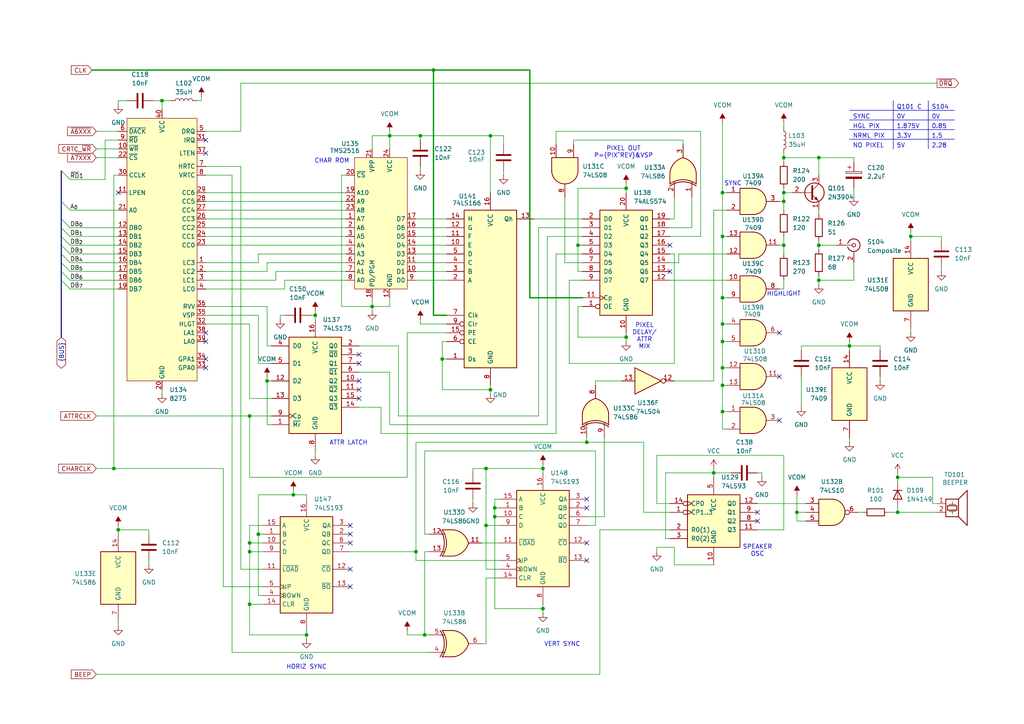
<source format=kicad_sch>
(kicad_sch (version 20250114) (generator "eeschema") (generator_version "9.0")
  (paper "A4")
  (lib_symbols
    (symbol "74xx:74HCT574" (pin_names (offset 1.016))
      (property "Reference" "U" (at -7.62 16.51 0))
      (property "Value" "74HCT574" (at -7.62 -16.51 0))
      (symbol "74HCT574_1_0"
        (pin input line (at -12.7 12.7 0) (length 5.08) (name "D0") (number "2"))
        (pin input line (at -12.7 10.16 0) (length 5.08) (name "D1") (number "3"))
        (pin input line (at -12.7 7.62 0) (length 5.08) (name "D2") (number "4"))
        (pin input line (at -12.7 5.08 0) (length 5.08) (name "D3") (number "5"))
        (pin input line (at -12.7 2.54 0) (length 5.08) (name "D4") (number "6"))
        (pin input line (at -12.7 0 0) (length 5.08) (name "D5") (number "7"))
        (pin input line (at -12.7 -2.54 0) (length 5.08) (name "D6") (number "8"))
        (pin input line (at -12.7 -5.08 0) (length 5.08) (name "D7") (number "9"))
        (pin input clock (at -12.7 -10.16 0) (length 5.08) (name "Cp") (number "11"))
        (pin input inverted (at -12.7 -12.7 0) (length 5.08) (name "OE") (number "1"))
        (pin power_in line (at 0 20.32 270) (length 5.08) (name "VCC") (number "20"))
        (pin power_in line (at 0 -20.32 90) (length 5.08) (name "GND") (number "10"))
        (pin tri_state line (at 12.7 12.7 180) (length 5.08) (name "Q0") (number "19"))
        (pin tri_state line (at 12.7 10.16 180) (length 5.08) (name "Q1") (number "18"))
        (pin tri_state line (at 12.7 7.62 180) (length 5.08) (name "Q2") (number "17"))
        (pin tri_state line (at 12.7 5.08 180) (length 5.08) (name "Q3") (number "16"))
        (pin tri_state line (at 12.7 2.54 180) (length 5.08) (name "Q4") (number "15"))
        (pin tri_state line (at 12.7 0 180) (length 5.08) (name "Q5") (number "14"))
        (pin tri_state line (at 12.7 -2.54 180) (length 5.08) (name "Q6") (number "13"))
        (pin tri_state line (at 12.7 -5.08 180) (length 5.08) (name "Q7") (number "12"))
      )
    )
    (symbol "74xx:74LS04"
      (property "Reference" "U" (at 0 1.27 0))
      (property "Value" "74LS04" (at 0 -1.27 0))
      (symbol "74LS04_1_0"
        (pin input line (at -7.62 0 0) (length 3.81) (name "~") (number "1"))
        (pin output inverted (at 7.62 0 180) (length 3.81) (name "~") (number "2"))
      )
      (symbol "74LS04_2_0"
        (pin input line (at -7.62 0 0) (length 3.81) (name "~") (number "3"))
        (pin output inverted (at 7.62 0 180) (length 3.81) (name "~") (number "4"))
      )
      (symbol "74LS04_3_0"
        (pin input line (at -7.62 0 0) (length 3.81) (name "~") (number "5"))
        (pin output inverted (at 7.62 0 180) (length 3.81) (name "~") (number "6"))
      )
      (symbol "74LS04_4_0"
        (pin input line (at -7.62 0 0) (length 3.81) (name "~") (number "9"))
        (pin output inverted (at 7.62 0 180) (length 3.81) (name "~") (number "8"))
      )
      (symbol "74LS04_5_0"
        (pin input line (at -7.62 0 0) (length 3.81) (name "~") (number "11"))
        (pin output inverted (at 7.62 0 180) (length 3.81) (name "~") (number "10"))
      )
      (symbol "74LS04_6_0"
        (pin input line (at -7.62 0 0) (length 3.81) (name "~") (number "13"))
        (pin output inverted (at 7.62 0 180) (length 3.81) (name "~") (number "12"))
      )
      (symbol "74LS04_7_0"
        (pin power_in line (at 0 12.7 270) (length 5.08) (name "VCC") (number "14"))
        (pin power_in line (at 0 -12.7 90) (length 5.08) (name "GND") (number "7"))
      )
    )
    (symbol "74xx:74LS08" (pin_names (offset 1.016))
      (property "Reference" "U" (at 0 1.27 0))
      (property "Value" "74LS08" (at 0 -1.27 0))
      (symbol "74LS08_1_1"
        (pin input line (at -7.62 2.54 0) (length 3.81) (name "~") (number "1"))
        (pin input line (at -7.62 -2.54 0) (length 3.81) (name "~") (number "2"))
        (pin output line (at 7.62 0 180) (length 3.81) (name "~") (number "3"))
      )
      (symbol "74LS08_1_2"
        (pin input inverted (at -7.62 2.54 0) (length 4.318) (name "~") (number "1"))
        (pin input inverted (at -7.62 -2.54 0) (length 4.318) (name "~") (number "2"))
        (pin output inverted (at 7.62 0 180) (length 3.81) (name "~") (number "3"))
      )
      (symbol "74LS08_2_1"
        (pin input line (at -7.62 2.54 0) (length 3.81) (name "~") (number "4"))
        (pin input line (at -7.62 -2.54 0) (length 3.81) (name "~") (number "5"))
        (pin output line (at 7.62 0 180) (length 3.81) (name "~") (number "6"))
      )
      (symbol "74LS08_2_2"
        (pin input inverted (at -7.62 2.54 0) (length 4.318) (name "~") (number "4"))
        (pin input inverted (at -7.62 -2.54 0) (length 4.318) (name "~") (number "5"))
        (pin output inverted (at 7.62 0 180) (length 3.81) (name "~") (number "6"))
      )
      (symbol "74LS08_3_1"
        (pin input line (at -7.62 2.54 0) (length 3.81) (name "~") (number "9"))
        (pin input line (at -7.62 -2.54 0) (length 3.81) (name "~") (number "10"))
        (pin output line (at 7.62 0 180) (length 3.81) (name "~") (number "8"))
      )
      (symbol "74LS08_3_2"
        (pin input inverted (at -7.62 2.54 0) (length 4.318) (name "~") (number "9"))
        (pin input inverted (at -7.62 -2.54 0) (length 4.318) (name "~") (number "10"))
        (pin output inverted (at 7.62 0 180) (length 3.81) (name "~") (number "8"))
      )
      (symbol "74LS08_4_1"
        (pin input line (at -7.62 2.54 0) (length 3.81) (name "~") (number "12"))
        (pin input line (at -7.62 -2.54 0) (length 3.81) (name "~") (number "13"))
        (pin output line (at 7.62 0 180) (length 3.81) (name "~") (number "11"))
      )
      (symbol "74LS08_4_2"
        (pin input inverted (at -7.62 2.54 0) (length 4.318) (name "~") (number "12"))
        (pin input inverted (at -7.62 -2.54 0) (length 4.318) (name "~") (number "13"))
        (pin output inverted (at 7.62 0 180) (length 3.81) (name "~") (number "11"))
      )
      (symbol "74LS08_5_0"
        (pin power_in line (at 0 12.7 270) (length 5.08) (name "VCC") (number "14"))
        (pin power_in line (at 0 -12.7 90) (length 5.08) (name "GND") (number "7"))
      )
    )
    (symbol "74xx:74LS09" (pin_names (offset 1.016))
      (property "Reference" "U" (at 0 1.27 0))
      (property "Value" "74LS09" (at 0 -1.27 0))
      (symbol "74LS09_1_1"
        (pin input line (at -7.62 2.54 0) (length 3.81) (name "~") (number "1"))
        (pin input line (at -7.62 -2.54 0) (length 3.81) (name "~") (number "2"))
        (pin open_collector line (at 7.62 0 180) (length 3.81) (name "~") (number "3"))
      )
      (symbol "74LS09_1_2"
        (pin input inverted (at -7.62 2.54 0) (length 4.318) (name "~") (number "1"))
        (pin input inverted (at -7.62 -2.54 0) (length 4.318) (name "~") (number "2"))
        (pin output inverted (at 7.62 0 180) (length 3.81) (name "~") (number "3"))
      )
      (symbol "74LS09_2_1"
        (pin input line (at -7.62 2.54 0) (length 3.81) (name "~") (number "4"))
        (pin input line (at -7.62 -2.54 0) (length 3.81) (name "~") (number "5"))
        (pin open_collector line (at 7.62 0 180) (length 3.81) (name "~") (number "6"))
      )
      (symbol "74LS09_2_2"
        (pin input inverted (at -7.62 2.54 0) (length 4.318) (name "~") (number "4"))
        (pin input inverted (at -7.62 -2.54 0) (length 4.318) (name "~") (number "5"))
        (pin output inverted (at 7.62 0 180) (length 3.81) (name "~") (number "6"))
      )
      (symbol "74LS09_3_1"
        (pin input line (at -7.62 2.54 0) (length 3.81) (name "~") (number "9"))
        (pin input line (at -7.62 -2.54 0) (length 3.81) (name "~") (number "10"))
        (pin open_collector line (at 7.62 0 180) (length 3.81) (name "~") (number "8"))
      )
      (symbol "74LS09_3_2"
        (pin input inverted (at -7.62 2.54 0) (length 4.318) (name "~") (number "9"))
        (pin input inverted (at -7.62 -2.54 0) (length 4.318) (name "~") (number "10"))
        (pin output inverted (at 7.62 0 180) (length 3.81) (name "~") (number "8"))
      )
      (symbol "74LS09_4_1"
        (pin input line (at -7.62 2.54 0) (length 3.81) (name "~") (number "12"))
        (pin input line (at -7.62 -2.54 0) (length 3.81) (name "~") (number "13"))
        (pin open_collector line (at 7.62 0 180) (length 3.81) (name "~") (number "11"))
      )
      (symbol "74LS09_4_2"
        (pin input inverted (at -7.62 2.54 0) (length 4.318) (name "~") (number "12"))
        (pin input inverted (at -7.62 -2.54 0) (length 4.318) (name "~") (number "13"))
        (pin output inverted (at 7.62 0 180) (length 3.81) (name "~") (number "11"))
      )
      (symbol "74LS09_5_0"
        (pin power_in line (at 0 12.7 270) (length 5.08) (name "VCC") (number "14"))
        (pin power_in line (at 0 -12.7 90) (length 5.08) (name "GND") (number "7"))
      )
    )
    (symbol "74xx:74LS10" (pin_names (offset 1.016))
      (property "Reference" "U" (at 0 1.27 0))
      (property "Value" "74LS10" (at 0 -1.27 0))
      (symbol "74LS10_1_1"
        (pin input line (at -7.62 2.54 0) (length 3.81) (name "~") (number "1"))
        (pin input line (at -7.62 0 0) (length 3.81) (name "~") (number "2"))
        (pin input line (at -7.62 -2.54 0) (length 3.81) (name "~") (number "13"))
        (pin output inverted (at 7.62 0 180) (length 3.81) (name "~") (number "12"))
      )
      (symbol "74LS10_1_2"
        (pin input inverted (at -7.62 2.54 0) (length 4.318) (name "~") (number "1"))
        (pin input inverted (at -7.62 0 0) (length 4.953) (name "~") (number "2"))
        (pin input inverted (at -7.62 -2.54 0) (length 4.318) (name "~") (number "13"))
        (pin output line (at 7.62 0 180) (length 3.81) (name "~") (number "12"))
      )
      (symbol "74LS10_2_1"
        (pin input line (at -7.62 2.54 0) (length 3.81) (name "~") (number "3"))
        (pin input line (at -7.62 0 0) (length 3.81) (name "~") (number "4"))
        (pin input line (at -7.62 -2.54 0) (length 3.81) (name "~") (number "5"))
        (pin output inverted (at 7.62 0 180) (length 3.81) (name "~") (number "6"))
      )
      (symbol "74LS10_2_2"
        (pin input inverted (at -7.62 2.54 0) (length 4.318) (name "~") (number "3"))
        (pin input inverted (at -7.62 0 0) (length 4.953) (name "~") (number "4"))
        (pin input inverted (at -7.62 -2.54 0) (length 4.318) (name "~") (number "5"))
        (pin output line (at 7.62 0 180) (length 3.81) (name "~") (number "6"))
      )
      (symbol "74LS10_3_1"
        (pin input line (at -7.62 2.54 0) (length 3.81) (name "~") (number "9"))
        (pin input line (at -7.62 0 0) (length 3.81) (name "~") (number "10"))
        (pin input line (at -7.62 -2.54 0) (length 3.81) (name "~") (number "11"))
        (pin output inverted (at 7.62 0 180) (length 3.81) (name "~") (number "8"))
      )
      (symbol "74LS10_3_2"
        (pin input inverted (at -7.62 2.54 0) (length 4.318) (name "~") (number "9"))
        (pin input inverted (at -7.62 0 0) (length 4.953) (name "~") (number "10"))
        (pin input inverted (at -7.62 -2.54 0) (length 4.318) (name "~") (number "11"))
        (pin output line (at 7.62 0 180) (length 3.81) (name "~") (number "8"))
      )
      (symbol "74LS10_4_0"
        (pin power_in line (at 0 12.7 270) (length 5.08) (name "VCC") (number "14"))
        (pin power_in line (at 0 -12.7 90) (length 5.08) (name "GND") (number "7"))
      )
    )
    (symbol "74xx:74LS175" (pin_names (offset 1.016))
      (property "Reference" "U" (at -7.62 13.97 0))
      (property "Value" "74LS175" (at -7.62 -16.51 0))
      (symbol "74LS175_1_0"
        (pin input line (at -12.7 10.16 0) (length 5.08) (name "D0") (number "4"))
        (pin input line (at -12.7 5.08 0) (length 5.08) (name "D1") (number "5"))
        (pin input line (at -12.7 0 0) (length 5.08) (name "D2") (number "12"))
        (pin input line (at -12.7 -5.08 0) (length 5.08) (name "D3") (number "13"))
        (pin input clock (at -12.7 -10.16 0) (length 5.08) (name "Cp") (number "9"))
        (pin input line (at -12.7 -12.7 0) (length 5.08) (name "~{Mr}") (number "1"))
        (pin power_in line (at 0 17.78 270) (length 5.08) (name "VCC") (number "16"))
        (pin power_in line (at 0 -20.32 90) (length 5.08) (name "GND") (number "8"))
        (pin output line (at 12.7 10.16 180) (length 5.08) (name "Q0") (number "2"))
        (pin output line (at 12.7 7.62 180) (length 5.08) (name "~{Q0}") (number "3"))
        (pin output line (at 12.7 5.08 180) (length 5.08) (name "Q1") (number "7"))
        (pin output line (at 12.7 2.54 180) (length 5.08) (name "~{Q1}") (number "6"))
        (pin output line (at 12.7 0 180) (length 5.08) (name "Q2") (number "10"))
        (pin output line (at 12.7 -2.54 180) (length 5.08) (name "~{Q2}") (number "11"))
        (pin output line (at 12.7 -5.08 180) (length 5.08) (name "Q3") (number "15"))
        (pin output line (at 12.7 -7.62 180) (length 5.08) (name "~{Q3}") (number "14"))
      )
    )
    (symbol "74xx:74LS193"
      (property "Reference" "U" (at -7.62 13.97 0))
      (property "Value" "74LS193" (at 5.08 13.97 0))
      (symbol "74LS193_1_0"
        (pin input line (at -12.7 10.16 0) (length 5.08) (name "A") (number "15"))
        (pin input line (at -12.7 7.62 0) (length 5.08) (name "B") (number "1"))
        (pin input line (at -12.7 5.08 0) (length 5.08) (name "C") (number "10"))
        (pin input line (at -12.7 2.54 0) (length 5.08) (name "D") (number "9"))
        (pin input line (at -12.7 -2.54 0) (length 5.08) (name "~{LOAD}") (number "11"))
        (pin input clock (at -12.7 -7.62 0) (length 5.08) (name "UP") (number "5"))
        (pin input clock (at -12.7 -10.16 0) (length 5.08) (name "DOWN") (number "4"))
        (pin input line (at -12.7 -12.7 0) (length 5.08) (name "CLR") (number "14"))
        (pin power_in line (at 0 17.78 270) (length 5.08) (name "VCC") (number "16"))
        (pin power_in line (at 0 -20.32 90) (length 5.08) (name "GND") (number "8"))
        (pin output line (at 12.7 10.16 180) (length 5.08) (name "QA") (number "3"))
        (pin output line (at 12.7 7.62 180) (length 5.08) (name "QB") (number "2"))
        (pin output line (at 12.7 5.08 180) (length 5.08) (name "QC") (number "6"))
        (pin output line (at 12.7 2.54 180) (length 5.08) (name "QD") (number "7"))
        (pin output line (at 12.7 -2.54 180) (length 5.08) (name "~{CO}") (number "12"))
        (pin output line (at 12.7 -7.62 180) (length 5.08) (name "~{BO}") (number "13"))
      )
    )
    (symbol "74xx:74LS86" (pin_names (offset 1.016))
      (property "Reference" "U" (at 0 1.27 0))
      (property "Value" "74LS86" (at 0 -1.27 0))
      (symbol "74LS86_1_0"
        (pin input line (at -7.62 2.54 0) (length 4.445) (name "~") (number "1"))
        (pin input line (at -7.62 -2.54 0) (length 4.445) (name "~") (number "2"))
        (pin output line (at 7.62 0 180) (length 3.81) (name "~") (number "3"))
      )
      (symbol "74LS86_2_0"
        (pin input line (at -7.62 2.54 0) (length 4.445) (name "~") (number "4"))
        (pin input line (at -7.62 -2.54 0) (length 4.445) (name "~") (number "5"))
        (pin output line (at 7.62 0 180) (length 3.81) (name "~") (number "6"))
      )
      (symbol "74LS86_3_0"
        (pin input line (at -7.62 2.54 0) (length 4.445) (name "~") (number "9"))
        (pin input line (at -7.62 -2.54 0) (length 4.445) (name "~") (number "10"))
        (pin output line (at 7.62 0 180) (length 3.81) (name "~") (number "8"))
      )
      (symbol "74LS86_4_0"
        (pin input line (at -7.62 2.54 0) (length 4.445) (name "~") (number "12"))
        (pin input line (at -7.62 -2.54 0) (length 4.445) (name "~") (number "13"))
        (pin output line (at 7.62 0 180) (length 3.81) (name "~") (number "11"))
      )
      (symbol "74LS86_5_0"
        (pin power_in line (at 0 12.7 270) (length 5.08) (name "VCC") (number "14"))
        (pin power_in line (at 0 -12.7 90) (length 5.08) (name "GND") (number "7"))
      )
    )
    (symbol "74xx:74LS93" (pin_names (offset 1.016))
      (property "Reference" "U" (at -7.62 8.89 0))
      (property "Value" "74LS93" (at -7.62 -8.89 0))
      (symbol "74LS93_1_0"
        (pin input inverted_clock (at -12.7 5.08 0) (length 5.08) (name "CP0") (number "14"))
        (pin input inverted_clock (at -12.7 2.54 0) (length 5.08) (name "CP1..3") (number "1"))
        (pin input line (at -12.7 -2.54 0) (length 5.08) (name "R0(1)") (number "2"))
        (pin input line (at -12.7 -5.08 0) (length 5.08) (name "R0(2)") (number "3"))
        (pin power_in line (at 0 12.7 270) (length 5.08) (name "VCC") (number "5"))
        (pin power_in line (at 0 -12.7 90) (length 5.08) (name "GND") (number "10"))
        (pin output line (at 12.7 5.08 180) (length 5.08) (name "Q0") (number "12"))
        (pin output line (at 12.7 2.54 180) (length 5.08) (name "Q1") (number "9"))
        (pin output line (at 12.7 0 180) (length 5.08) (name "Q2") (number "8"))
        (pin output line (at 12.7 -2.54 180) (length 5.08) (name "Q3") (number "11"))
      )
    )
    (symbol "Connector:Conn_Coaxial" (pin_names (offset 1.016) (hide yes))
      (property "Reference" "J" (at 0.254 3.048 0))
      (property "Value" "Conn_Coaxial" (at 2.921 0 90))
      (symbol "Conn_Coaxial_1_1"
        (pin passive line (at -5.08 0 0) (length 2.54) (name "In") (number "1"))
        (pin passive line (at 0 -5.08 90) (length 2.54) (name "Ext") (number "2"))
      )
    )
    (symbol "Device:C" (pin_numbers (hide yes)) (pin_names (offset 0.254))
      (property "Reference" "C" (at 0.635 2.54 0))
      (property "Value" "C" (at 0.635 -2.54 0))
      (symbol "C_1_1"
        (pin passive line (at 0 3.81 270) (length 2.794) (name "~") (number "1"))
        (pin passive line (at 0 -3.81 90) (length 2.794) (name "~") (number "2"))
      )
    )
    (symbol "Device:C_Polarized" (pin_numbers (hide yes)) (pin_names (offset 0.254))
      (property "Reference" "C" (at 0.635 2.54 0))
      (property "Value" "C_Polarized" (at 0.635 -2.54 0))
      (symbol "C_Polarized_1_1"
        (pin passive line (at 0 3.81 270) (length 2.794) (name "~") (number "1"))
        (pin passive line (at 0 -3.81 90) (length 2.794) (name "~") (number "2"))
      )
    )
    (symbol "Device:D" (pin_numbers (hide yes)) (pin_names (offset 1.016) (hide yes))
      (property "Reference" "D" (at 0 2.54 0))
      (property "Value" "D" (at 0 -2.54 0))
      (symbol "D_1_1"
        (pin passive line (at -3.81 0 0) (length 2.54) (name "K") (number "1"))
        (pin passive line (at 3.81 0 180) (length 2.54) (name "A") (number "2"))
      )
    )
    (symbol "Device:L" (pin_numbers (hide yes)) (pin_names (offset 1.016) (hide yes))
      (property "Reference" "L" (at -1.27 0 90))
      (property "Value" "L" (at 1.905 0 90))
      (symbol "L_1_1"
        (pin passive line (at 0 3.81 270) (length 1.27) (name "1") (number "1"))
        (pin passive line (at 0 -3.81 90) (length 1.27) (name "2") (number "2"))
      )
    )
    (symbol "Device:R" (pin_numbers (hide yes)) (pin_names (offset 0))
      (property "Reference" "R" (at 2.032 0 90))
      (property "Value" "R" (at 0 0 90))
      (symbol "R_1_1"
        (pin passive line (at 0 3.81 270) (length 1.27) (name "~") (number "1"))
        (pin passive line (at 0 -3.81 90) (length 1.27) (name "~") (number "2"))
      )
    )
    (symbol "Device:Speaker_Crystal" (pin_names (offset 0) (hide yes))
      (property "Reference" "LS" (at 0.635 5.715 0))
      (property "Value" "Speaker_Crystal" (at 0.635 3.81 0))
      (symbol "Speaker_Crystal_1_1"
        (pin input line (at -5.08 0 0) (length 2.54) (name "1") (number "1"))
        (pin input line (at -5.08 -2.54 0) (length 2.54) (name "2") (number "2"))
      )
    )
    (symbol "Transistor_BJT:2N3904" (pin_names (offset 0) (hide yes))
      (property "Reference" "Q" (at 5.08 1.905 0))
      (property "Value" "2N3904" (at 5.08 0 0))
      (symbol "2N3904_1_1"
        (pin input line (at -5.08 0 0) (length 2.54) (name "B") (number "2"))
        (pin passive line (at 2.54 5.08 270) (length 2.54) (name "C") (number "3"))
        (pin passive line (at 2.54 -5.08 90) (length 2.54) (name "E") (number "1"))
      )
    )
    (symbol "ZT1:74LS166" (pin_names (offset 1.016))
      (property "Reference" "U141" (at -6.604 24.384 0))
      (property "Value" "74LS166" (at -6.858 22.352 0))
      (symbol "74LS166_1_0"
        (pin input line (at -12.7 17.78 0) (length 5.08) (name "H") (number "14"))
        (pin input line (at -12.7 15.24 0) (length 5.08) (name "G") (number "12"))
        (pin input line (at -12.7 12.7 0) (length 5.08) (name "F") (number "11"))
        (pin input line (at -12.7 10.16 0) (length 5.08) (name "E") (number "10"))
        (pin input line (at -12.7 7.62 0) (length 5.08) (name "D") (number "5"))
        (pin input line (at -12.7 5.08 0) (length 5.08) (name "C") (number "4"))
        (pin input line (at -12.7 2.54 0) (length 5.08) (name "B") (number "3"))
        (pin input line (at -12.7 0 0) (length 5.08) (name "A") (number "2"))
        (pin input line (at -12.7 -10.16 0) (length 5.08) (name "Clk") (number "7"))
        (pin input inverted (at -12.7 -12.7 0) (length 5.08) (name "Clr") (number "9"))
        (pin input inverted (at -12.7 -15.24 0) (length 5.08) (name "PE") (number "15"))
        (pin input inverted (at -12.7 -17.78 0) (length 5.08) (name "CE") (number "6"))
        (pin input line (at -12.7 -22.86 0) (length 5.08) (name "Ds") (number "1"))
        (pin power_in line (at 0 25.4 270) (length 5.08) (name "VCC") (number "16"))
        (pin power_in line (at 0 -30.48 90) (length 5.08) (name "GND") (number "8"))
        (pin output line (at 12.7 17.78 180) (length 5.08) (name "Qh") (number "13"))
      )
    )
    (symbol "ZT1:8275"
      (property "Reference" "U" (at 0 0 0))
      (symbol "8275_1_1"
        (pin input line (at -12.7 22.86 0) (length 2.54) (name "~{DACK}") (number "6"))
        (pin input line (at -12.7 20.32 0) (length 2.54) (name "~{RD}") (number "9"))
        (pin input line (at -12.7 17.78 0) (length 2.54) (name "~{WR}") (number "10"))
        (pin input line (at -12.7 15.24 0) (length 2.54) (name "~{CS}") (number "22"))
        (pin input line (at -12.7 10.16 0) (length 2.54) (name "CCLK") (number "30"))
        (pin input line (at -12.7 5.08 0) (length 2.54) (name "LPEN") (number "11"))
        (pin input line (at -12.7 0 0) (length 2.54) (name "A0") (number "21"))
        (pin bidirectional line (at -12.7 -5.08 0) (length 2.54) (name "DB0") (number "12"))
        (pin bidirectional line (at -12.7 -7.62 0) (length 2.54) (name "DB1") (number "13"))
        (pin bidirectional line (at -12.7 -10.16 0) (length 2.54) (name "DB2") (number "14"))
        (pin bidirectional line (at -12.7 -12.7 0) (length 2.54) (name "DB3") (number "15"))
        (pin bidirectional line (at -12.7 -15.24 0) (length 2.54) (name "DB4") (number "16"))
        (pin bidirectional line (at -12.7 -17.78 0) (length 2.54) (name "DB5") (number "17"))
        (pin bidirectional line (at -12.7 -20.32 0) (length 2.54) (name "DB6") (number "18"))
        (pin bidirectional line (at -12.7 -22.86 0) (length 2.54) (name "DB7") (number "19"))
        (pin power_in line (at 0 29.21 270) (length 2.54) (name "VCC") (number "40"))
        (pin power_in line (at 0 -52.07 90) (length 2.54) (name "GND") (number "20"))
        (pin output line (at 12.7 22.86 180) (length 2.54) (name "DRQ") (number "5"))
        (pin output line (at 12.7 20.32 180) (length 2.54) (name "IRQ") (number "31"))
        (pin output line (at 12.7 16.51 180) (length 2.54) (name "LTEN") (number "37"))
        (pin output line (at 12.7 12.7 180) (length 2.54) (name "HRTC") (number "7"))
        (pin output line (at 12.7 10.16 180) (length 2.54) (name "VRTC") (number "8"))
        (pin output line (at 12.7 5.08 180) (length 2.54) (name "CC6") (number "29"))
        (pin output line (at 12.7 2.54 180) (length 2.54) (name "CC5") (number "28"))
        (pin output line (at 12.7 0 180) (length 2.54) (name "CC4") (number "27"))
        (pin output line (at 12.7 -2.54 180) (length 2.54) (name "CC3") (number "26"))
        (pin output line (at 12.7 -5.08 180) (length 2.54) (name "CC2") (number "25"))
        (pin output line (at 12.7 -7.62 180) (length 2.54) (name "CC1") (number "24"))
        (pin output line (at 12.7 -10.16 180) (length 2.54) (name "CC0") (number "23"))
        (pin output line (at 12.7 -15.24 180) (length 2.54) (name "LC3") (number "1"))
        (pin output line (at 12.7 -17.78 180) (length 2.54) (name "LC2") (number "2"))
        (pin output line (at 12.7 -20.32 180) (length 2.54) (name "LC1") (number "3"))
        (pin output line (at 12.7 -22.86 180) (length 2.54) (name "LC0") (number "4"))
        (pin output line (at 12.7 -27.94 180) (length 2.54) (name "RVV") (number "36"))
        (pin output line (at 12.7 -30.48 180) (length 2.54) (name "VSP") (number "35"))
        (pin output line (at 12.7 -33.02 180) (length 2.54) (name "HLGT") (number "32"))
        (pin output line (at 12.7 -35.56 180) (length 2.54) (name "LA1") (number "38"))
        (pin output line (at 12.7 -38.1 180) (length 2.54) (name "LA0") (number "39"))
        (pin output line (at 12.7 -43.18 180) (length 2.54) (name "GPA1") (number "34"))
        (pin output line (at 12.7 -45.72 180) (length 2.54) (name "GPA0") (number "33"))
      )
    )
    (symbol "ZT1:TMS2516"
      (property "Reference" "U" (at 0 0 0))
      (property "Value" "TMS2516" (at 0 0 0))
      (symbol "TMS2516_1_1"
        (pin input line (at -10.16 7.62 0) (length 2.54) (name "~{CS}") (number "20"))
        (pin input line (at -10.16 2.54 0) (length 2.54) (name "A10") (number "19"))
        (pin input line (at -10.16 0 0) (length 2.54) (name "A9") (number "22"))
        (pin input line (at -10.16 -2.54 0) (length 2.54) (name "A8") (number "23"))
        (pin input line (at -10.16 -5.08 0) (length 2.54) (name "A7") (number "1"))
        (pin input line (at -10.16 -7.62 0) (length 2.54) (name "A6") (number "2"))
        (pin input line (at -10.16 -10.16 0) (length 2.54) (name "A5") (number "3"))
        (pin input line (at -10.16 -12.7 0) (length 2.54) (name "A4") (number "4"))
        (pin input line (at -10.16 -15.24 0) (length 2.54) (name "A3") (number "5"))
        (pin input line (at -10.16 -17.78 0) (length 2.54) (name "A2") (number "6"))
        (pin input line (at -10.16 -20.32 0) (length 2.54) (name "A1") (number "7"))
        (pin input line (at -10.16 -22.86 0) (length 2.54) (name "A0") (number "8"))
        (pin power_in line (at -2.54 15.24 270) (length 2.54) (name "VPP") (number "21"))
        (pin input line (at -2.54 -27.94 90) (length 2.54) (name "PD/PGM") (number "18"))
        (pin power_in line (at 2.54 15.24 270) (length 2.54) (name "VCC") (number "24"))
        (pin power_in line (at 2.54 -27.94 90) (length 2.54) (name "GND") (number "12"))
        (pin output line (at 10.16 -5.08 180) (length 2.54) (name "D7") (number "17"))
        (pin output line (at 10.16 -7.62 180) (length 2.54) (name "D6") (number "16"))
        (pin output line (at 10.16 -10.16 180) (length 2.54) (name "D5") (number "15"))
        (pin output line (at 10.16 -12.7 180) (length 2.54) (name "D4") (number "14"))
        (pin output line (at 10.16 -15.24 180) (length 2.54) (name "D3") (number "13"))
        (pin output line (at 10.16 -17.78 180) (length 2.54) (name "D2") (number "11"))
        (pin output line (at 10.16 -20.32 180) (length 2.54) (name "D1") (number "10"))
        (pin output line (at 10.16 -22.86 180) (length 2.54) (name "D0") (number "9"))
      )
    )
    (symbol "power:GND" (power) (pin_numbers (hide yes)) (pin_names (offset 0) (hide yes))
      (property "Value" "GND" (at 0 -3.81 0))
      (symbol "GND_1_1"
        (pin power_in line (at 0 0 270) (length 0) (name "~") (number "1"))
      )
    )
    (symbol "power:VCC" (power) (pin_numbers (hide yes)) (pin_names (offset 0) (hide yes))
      (property "Value" "VCC" (at 0 3.556 0))
      (symbol "VCC_1_1"
        (pin power_in line (at 0 0 90) (length 0) (name "~") (number "1"))
      )
    )
    (symbol "power:VCOM" (power) (pin_numbers (hide yes)) (pin_names (offset 0) (hide yes))
      (property "Value" "VCOM" (at 0 3.556 0))
      (symbol "VCOM_1_1"
        (pin power_in line (at 0 0 90) (length 0) (name "~") (number "1"))
      )
    )
  )
  (text "VERT SYNC" (at 163.068 186.944 0) (effects (font (size 1.27 1.27))))
  (text "ATTR LATCH" (at 101.092 128.524 0) (effects (font (size 1.27 1.27))))
  (text "HIGHLIGHT" (at 227.33 85.344 0) (effects (font (size 1.27 1.27))))
  (text "SPEAKER\nOSC" (at 219.71 159.766 0) (effects (font (size 1.27 1.27))))
  (text "PIXEL OUT\nP=(PIX^REV)&VSP" (at 180.848 44.196 0) (effects (font (size 1.27 1.27))))
  (text "SYNC" (at 212.598 53.34 0) (effects (font (size 1.27 1.27))))
  (text "PIXEL\nDELAY/\nATTR\nMIX" (at 186.944 97.536 0) (effects (font (size 1.27 1.27))))
  (text "HORIZ SYNC" (at 88.9 193.548 0) (effects (font (size 1.27 1.27))))
  (text "CHAR ROM" (at 96.266 46.736 0) (effects (font (size 1.27 1.27))))
  (junction (at 125.73 20.32))
  (junction (at 227.33 58.42))
  (junction (at 72.39 160.02))
  (junction (at 209.55 106.68))
  (junction (at 209.55 111.76))
  (junction (at 207.01 137.16))
  (junction (at 143.51 147.32))
  (junction (at 120.65 160.02))
  (junction (at 260.35 138.43))
  (junction (at 157.48 176.53))
  (junction (at 237.49 71.12))
  (junction (at 72.39 157.48))
  (junction (at 227.33 45.72))
  (junction (at 77.47 110.49))
  (junction (at 142.24 39.37))
  (junction (at 237.49 45.72))
  (junction (at 170.18 128.27))
  (junction (at 88.9 184.15))
  (junction (at 107.95 88.9))
  (junction (at 128.27 104.14))
  (junction (at 167.64 71.12))
  (junction (at 72.39 120.65))
  (junction (at 91.44 91.44))
  (junction (at 231.14 148.59))
  (junction (at 260.35 148.59))
  (junction (at 85.09 143.51))
  (junction (at 74.93 154.94))
  (junction (at 227.33 71.12))
  (junction (at 209.55 119.38))
  (junction (at 209.55 93.98))
  (junction (at 181.61 97.79))
  (junction (at 140.97 152.4))
  (junction (at 33.02 135.89))
  (junction (at 72.39 175.26))
  (junction (at 113.03 39.37))
  (junction (at 264.16 68.58))
  (junction (at 140.97 135.89))
  (junction (at 123.19 184.15))
  (junction (at 181.61 54.61))
  (junction (at 246.38 100.33))
  (junction (at 209.55 86.36))
  (junction (at 237.49 81.28))
  (junction (at 157.48 135.89))
  (junction (at 209.55 68.58))
  (junction (at 34.29 153.67))
  (junction (at 209.55 55.88))
  (junction (at 46.99 29.21))
  (junction (at 227.33 55.88))
  (junction (at 209.55 99.06))
  (junction (at 142.24 113.03))
  (junction (at 121.92 39.37))
  (junction (at 143.51 149.86))
  (no_connect (at 170.18 144.78))
  (no_connect (at 59.69 40.64))
  (no_connect (at 59.69 99.06))
  (no_connect (at 226.06 121.92))
  (no_connect (at 194.31 78.74))
  (no_connect (at 226.06 109.22))
  (no_connect (at 170.18 157.48))
  (no_connect (at 226.06 96.52))
  (no_connect (at 101.6 154.94))
  (no_connect (at 104.14 110.49))
  (no_connect (at 59.69 106.68))
  (no_connect (at 101.6 170.18))
  (no_connect (at 34.29 55.88))
  (no_connect (at 219.71 148.59))
  (no_connect (at 101.6 165.1))
  (no_connect (at 59.69 44.45))
  (no_connect (at 170.18 147.32))
  (no_connect (at 104.14 105.41))
  (no_connect (at 101.6 157.48))
  (no_connect (at 104.14 113.03))
  (no_connect (at 219.71 151.13))
  (no_connect (at 170.18 162.56))
  (no_connect (at 59.69 96.52))
  (no_connect (at 101.6 152.4))
  (no_connect (at 59.69 104.14))
  (no_connect (at 194.31 71.12))
  (no_connect (at 104.14 102.87))
  (no_connect (at 104.14 115.57))
  (bus_entry (at 17.78 78.74) (size 2.54 2.54))
  (bus_entry (at 17.78 76.2) (size 2.54 2.54))
  (bus_entry (at 17.78 66.04) (size 2.54 2.54))
  (bus_entry (at 17.78 81.28) (size 2.54 2.54))
  (bus_entry (at 17.78 68.58) (size 2.54 2.54))
  (bus_entry (at 17.78 58.42) (size 2.54 2.54))
  (bus_entry (at 17.78 73.66) (size 2.54 2.54))
  (bus_entry (at 17.78 71.12) (size 2.54 2.54))
  (bus_entry (at 17.78 63.5) (size 2.54 2.54))
  (bus_entry (at 17.78 49.53) (size 2.54 2.54))
  (wire (pts (xy 36.83 29.21) (xy 34.29 29.21)))
  (wire (pts (xy 158.75 123.19) (xy 158.75 68.58)))
  (wire (pts (xy 77.47 110.49) (xy 78.74 110.49)))
  (wire (pts (xy 246.38 100.33) (xy 255.27 100.33)))
  (wire (pts (xy 77.47 76.2) (xy 100.33 76.2)))
  (wire (pts (xy 237.49 69.85) (xy 237.49 71.12)))
  (wire (pts (xy 167.64 71.12) (xy 167.64 78.74)))
  (wire (pts (xy 72.39 138.43) (xy 118.11 138.43)))
  (wire (pts (xy 227.33 54.61) (xy 227.33 55.88)))
  (wire (pts (xy 227.33 81.28) (xy 227.33 83.82)))
  (wire (pts (xy 120.65 71.12) (xy 129.54 71.12)))
  (wire (pts (xy 77.47 109.22) (xy 77.47 110.49)))
  (wire (pts (xy 207.01 137.16) (xy 212.09 137.16)))
  (wire (pts (xy 82.55 83.82) (xy 82.55 81.28)))
  (wire (pts (xy 207.01 135.89) (xy 207.01 137.16)))
  (wire (pts (xy 34.29 29.21) (xy 34.29 30.48)))
  (wire (pts (xy 125.73 20.32) (xy 153.67 20.32)) (stroke (width 0.381)))
  (wire (pts (xy 181.61 97.79) (xy 181.61 99.06)))
  (wire (pts (xy 140.97 152.4) (xy 144.78 152.4)))
  (wire (pts (xy 30.48 40.64) (xy 30.48 52.07)))
  (wire (pts (xy 207.01 60.96) (xy 207.01 110.49)))
  (wire (pts (xy 137.16 144.78) (xy 137.16 146.05)))
  (wire (pts (xy 107.95 88.9) (xy 113.03 88.9)))
  (wire (pts (xy 80.01 81.28) (xy 80.01 78.74)))
  (wire (pts (xy 121.92 93.98) (xy 129.54 93.98)))
  (wire (pts (xy 44.45 29.21) (xy 46.99 29.21)))
  (wire (pts (xy 82.55 91.44) (xy 81.28 91.44)))
  (wire (pts (xy 167.64 71.12) (xy 167.64 54.61)))
  (wire (pts (xy 120.65 128.27) (xy 120.65 160.02)))
  (wire (pts (xy 142.24 39.37) (xy 142.24 55.88)))
  (wire (pts (xy 260.35 148.59) (xy 271.78 148.59)))
  (wire (pts (xy 264.16 68.58) (xy 264.16 69.85)))
  (wire (pts (xy 27.94 195.58) (xy 173.99 195.58)))
  (wire (pts (xy 168.91 86.36) (xy 153.67 86.36)) (stroke (width 0.381)))
  (wire (pts (xy 140.97 135.89) (xy 157.48 135.89)))
  (bus (pts (xy 17.78 63.5) (xy 17.78 66.04)))
  (wire (pts (xy 227.33 44.45) (xy 227.33 45.72)))
  (wire (pts (xy 246.38 99.06) (xy 246.38 100.33)))
  (wire (pts (xy 260.35 138.43) (xy 260.35 139.7)))
  (wire (pts (xy 74.93 76.2) (xy 59.69 76.2)))
  (wire (pts (xy 90.17 91.44) (xy 91.44 91.44)))
  (wire (pts (xy 77.47 123.19) (xy 78.74 123.19)))
  (wire (pts (xy 209.55 111.76) (xy 210.82 111.76)))
  (wire (pts (xy 203.2 68.58) (xy 203.2 38.1)))
  (wire (pts (xy 227.33 46.99) (xy 227.33 45.72)))
  (wire (pts (xy 140.97 167.64) (xy 144.78 167.64)))
  (wire (pts (xy 59.69 38.1) (xy 69.85 38.1)))
  (wire (pts (xy 144.78 147.32) (xy 143.51 147.32)))
  (wire (pts (xy 74.93 154.94) (xy 74.93 143.51)))
  (wire (pts (xy 233.68 151.13) (xy 231.14 151.13)))
  (wire (pts (xy 237.49 71.12) (xy 242.57 71.12)))
  (wire (pts (xy 142.24 39.37) (xy 146.05 39.37)))
  (wire (pts (xy 69.85 48.26) (xy 69.85 165.1)))
  (wire (pts (xy 227.33 45.72) (xy 237.49 45.72)))
  (wire (pts (xy 107.95 43.18) (xy 107.95 39.37)))
  (wire (pts (xy 20.32 68.58) (xy 34.29 68.58)))
  (wire (pts (xy 59.69 88.9) (xy 77.47 88.9)))
  (wire (pts (xy 128.27 104.14) (xy 129.54 104.14)))
  (wire (pts (xy 120.65 162.56) (xy 144.78 162.56)))
  (wire (pts (xy 74.93 91.44) (xy 74.93 105.41)))
  (wire (pts (xy 146.05 39.37) (xy 146.05 41.91)))
  (wire (pts (xy 156.21 66.04) (xy 156.21 120.65)))
  (wire (pts (xy 85.09 142.24) (xy 85.09 143.51)))
  (wire (pts (xy 59.69 71.12) (xy 100.33 71.12)))
  (wire (pts (xy 167.64 97.79) (xy 181.61 97.79)))
  (wire (pts (xy 113.03 39.37) (xy 121.92 39.37)))
  (wire (pts (xy 59.69 55.88) (xy 100.33 55.88)))
  (wire (pts (xy 172.72 130.81) (xy 123.19 130.81)))
  (wire (pts (xy 20.32 73.66) (xy 34.29 73.66)))
  (wire (pts (xy 120.65 73.66) (xy 129.54 73.66)))
  (wire (pts (xy 195.58 163.83) (xy 207.01 163.83)))
  (wire (pts (xy 125.73 91.44) (xy 129.54 91.44)) (stroke (width 0.381)))
  (wire (pts (xy 77.47 88.9) (xy 77.47 100.33)))
  (wire (pts (xy 26.67 20.32) (xy 125.73 20.32)) (stroke (width 0.381)))
  (wire (pts (xy 128.27 99.06) (xy 129.54 99.06)))
  (wire (pts (xy 237.49 81.28) (xy 247.65 81.28)))
  (wire (pts (xy 74.93 73.66) (xy 100.33 73.66)))
  (wire (pts (xy 190.5 158.75) (xy 190.5 160.02)))
  (wire (pts (xy 64.77 135.89) (xy 64.77 170.18)))
  (wire (pts (xy 227.33 153.67) (xy 227.33 132.08)))
  (wire (pts (xy 226.06 71.12) (xy 227.33 71.12)))
  (wire (pts (xy 227.33 55.88) (xy 229.87 55.88)))
  (wire (pts (xy 165.1 105.41) (xy 195.58 105.41)))
  (wire (pts (xy 20.32 76.2) (xy 34.29 76.2)))
  (wire (pts (xy 115.57 120.65) (xy 115.57 100.33)))
  (wire (pts (xy 190.5 146.05) (xy 194.31 146.05)))
  (wire (pts (xy 20.32 81.28) (xy 34.29 81.28)))
  (wire (pts (xy 27.94 43.18) (xy 34.29 43.18)))
  (wire (pts (xy 161.29 125.73) (xy 161.29 73.66)))
  (wire (pts (xy 186.69 148.59) (xy 194.31 148.59)))
  (wire (pts (xy 200.66 57.15) (xy 200.66 66.04)))
  (wire (pts (xy 198.12 40.64) (xy 166.37 40.64)))
  (wire (pts (xy 196.85 76.2) (xy 194.31 76.2)))
  (wire (pts (xy 143.51 176.53) (xy 157.48 176.53)))
  (wire (pts (xy 27.94 45.72) (xy 34.29 45.72)))
  (wire (pts (xy 273.05 68.58) (xy 264.16 68.58)))
  (wire (pts (xy 143.51 147.32) (xy 143.51 149.86)))
  (bus (pts (xy 17.78 76.2) (xy 17.78 78.74)))
  (wire (pts (xy 69.85 165.1) (xy 76.2 165.1)))
  (wire (pts (xy 99.06 50.8) (xy 99.06 88.9)))
  (wire (pts (xy 194.31 81.28) (xy 210.82 81.28)))
  (wire (pts (xy 264.16 95.25) (xy 264.16 96.52)))
  (wire (pts (xy 270.51 146.05) (xy 270.51 138.43)))
  (wire (pts (xy 27.94 135.89) (xy 33.02 135.89)))
  (wire (pts (xy 67.31 50.8) (xy 67.31 189.23)))
  (wire (pts (xy 78.74 105.41) (xy 74.93 105.41)))
  (wire (pts (xy 72.39 184.15) (xy 88.9 184.15)))
  (wire (pts (xy 128.27 99.06) (xy 128.27 104.14)))
  (wire (pts (xy 123.19 130.81) (xy 123.19 154.94)))
  (wire (pts (xy 247.65 54.61) (xy 247.65 57.15)))
  (wire (pts (xy 72.39 175.26) (xy 72.39 184.15)))
  (wire (pts (xy 260.35 147.32) (xy 260.35 148.59)))
  (wire (pts (xy 194.31 68.58) (xy 203.2 68.58)))
  (wire (pts (xy 142.24 111.76) (xy 142.24 113.03)))
  (wire (pts (xy 88.9 184.15) (xy 88.9 185.42)))
  (wire (pts (xy 195.58 163.83) (xy 195.58 158.75)))
  (wire (pts (xy 107.95 86.36) (xy 107.95 88.9)))
  (wire (pts (xy 74.93 91.44) (xy 59.69 91.44)))
  (wire (pts (xy 59.69 68.58) (xy 100.33 68.58)))
  (wire (pts (xy 20.32 52.07) (xy 30.48 52.07)))
  (wire (pts (xy 248.92 148.59) (xy 250.19 148.59)))
  (wire (pts (xy 20.32 83.82) (xy 34.29 83.82)))
  (wire (pts (xy 72.39 175.26) (xy 76.2 175.26)))
  (wire (pts (xy 257.81 148.59) (xy 260.35 148.59)))
  (wire (pts (xy 209.55 55.88) (xy 210.82 55.88)))
  (wire (pts (xy 167.64 88.9) (xy 167.64 97.79)))
  (wire (pts (xy 186.69 128.27) (xy 186.69 148.59)))
  (wire (pts (xy 153.67 86.36) (xy 153.67 20.32)) (stroke (width 0.381)))
  (wire (pts (xy 120.65 160.02) (xy 120.65 162.56)))
  (wire (pts (xy 175.26 149.86) (xy 170.18 149.86)))
  (wire (pts (xy 49.53 29.21) (xy 46.99 29.21)))
  (wire (pts (xy 143.51 144.78) (xy 143.51 147.32)))
  (wire (pts (xy 120.65 63.5) (xy 129.54 63.5)))
  (wire (pts (xy 209.55 106.68) (xy 209.55 111.76)))
  (wire (pts (xy 76.2 172.72) (xy 74.93 172.72)))
  (wire (pts (xy 231.14 151.13) (xy 231.14 148.59)))
  (wire (pts (xy 91.44 130.81) (xy 91.44 132.08)))
  (wire (pts (xy 209.55 124.46) (xy 210.82 124.46)))
  (wire (pts (xy 123.19 154.94) (xy 124.46 154.94)))
  (wire (pts (xy 85.09 143.51) (xy 88.9 143.51)))
  (wire (pts (xy 72.39 157.48) (xy 72.39 160.02)))
  (wire (pts (xy 196.85 73.66) (xy 196.85 76.2)))
  (wire (pts (xy 20.32 66.04) (xy 34.29 66.04)))
  (wire (pts (xy 154.94 63.5) (xy 168.91 63.5)))
  (wire (pts (xy 72.39 157.48) (xy 76.2 157.48)))
  (wire (pts (xy 237.49 81.28) (xy 237.49 82.55)))
  (wire (pts (xy 144.78 144.78) (xy 143.51 144.78)))
  (wire (pts (xy 231.14 148.59) (xy 233.68 148.59)))
  (wire (pts (xy 72.39 152.4) (xy 72.39 157.48)))
  (wire (pts (xy 107.95 88.9) (xy 107.95 90.17)))
  (wire (pts (xy 195.58 57.15) (xy 195.58 63.5)))
  (wire (pts (xy 193.04 156.21) (xy 193.04 137.16)))
  (wire (pts (xy 166.37 40.64) (xy 166.37 41.91)))
  (wire (pts (xy 118.11 96.52) (xy 129.54 96.52)))
  (wire (pts (xy 59.69 58.42) (xy 100.33 58.42)))
  (wire (pts (xy 231.14 143.51) (xy 231.14 148.59)))
  (wire (pts (xy 210.82 86.36) (xy 209.55 86.36)))
  (wire (pts (xy 143.51 149.86) (xy 144.78 149.86)))
  (wire (pts (xy 273.05 77.47) (xy 273.05 78.74)))
  (wire (pts (xy 190.5 132.08) (xy 190.5 146.05)))
  (wire (pts (xy 128.27 104.14) (xy 128.27 113.03)))
  (wire (pts (xy 195.58 73.66) (xy 195.58 105.41)))
  (wire (pts (xy 157.48 176.53) (xy 157.48 175.26)))
  (wire (pts (xy 77.47 110.49) (xy 77.47 123.19)))
  (wire (pts (xy 255.27 100.33) (xy 255.27 101.6)))
  (wire (pts (xy 78.74 100.33) (xy 77.47 100.33)))
  (wire (pts (xy 72.39 120.65) (xy 72.39 138.43)))
  (wire (pts (xy 172.72 110.49) (xy 180.34 110.49)))
  (wire (pts (xy 113.03 86.36) (xy 113.03 88.9)))
  (wire (pts (xy 165.1 81.28) (xy 165.1 105.41)))
  (wire (pts (xy 113.03 123.19) (xy 158.75 123.19)))
  (wire (pts (xy 74.93 172.72) (xy 74.93 154.94)))
  (wire (pts (xy 246.38 100.33) (xy 232.41 100.33)))
  (wire (pts (xy 82.55 81.28) (xy 100.33 81.28)))
  (wire (pts (xy 146.05 49.53) (xy 146.05 50.8)))
  (wire (pts (xy 27.94 120.65) (xy 72.39 120.65)))
  (wire (pts (xy 59.69 93.98) (xy 72.39 93.98)))
  (wire (pts (xy 219.71 146.05) (xy 233.68 146.05)))
  (wire (pts (xy 72.39 160.02) (xy 76.2 160.02)))
  (wire (pts (xy 137.16 135.89) (xy 140.97 135.89)))
  (wire (pts (xy 128.27 113.03) (xy 142.24 113.03)))
  (wire (pts (xy 88.9 143.51) (xy 88.9 144.78)))
  (wire (pts (xy 232.41 109.22) (xy 232.41 118.11)))
  (wire (pts (xy 237.49 80.01) (xy 237.49 81.28)))
  (wire (pts (xy 91.44 90.17) (xy 91.44 91.44)))
  (wire (pts (xy 181.61 97.79) (xy 181.61 96.52)))
  (wire (pts (xy 193.04 137.16) (xy 207.01 137.16)))
  (wire (pts (xy 142.24 113.03) (xy 142.24 114.3)))
  (wire (pts (xy 163.83 57.15) (xy 163.83 76.2)))
  (wire (pts (xy 209.55 86.36) (xy 209.55 93.98)))
  (wire (pts (xy 118.11 184.15) (xy 118.11 182.88)))
  (wire (pts (xy 237.49 45.72) (xy 237.49 50.8)))
  (wire (pts (xy 120.65 68.58) (xy 129.54 68.58)))
  (wire (pts (xy 74.93 73.66) (xy 74.93 76.2)))
  (wire (pts (xy 74.93 143.51) (xy 85.09 143.51)))
  (wire (pts (xy 195.58 110.49) (xy 207.01 110.49)))
  (wire (pts (xy 76.2 152.4) (xy 72.39 152.4)))
  (wire (pts (xy 113.03 38.1) (xy 113.03 39.37)))
  (bus (pts (xy 17.78 81.28) (xy 17.78 97.79)))
  (bus (pts (xy 17.78 68.58) (xy 17.78 71.12)))
  (wire (pts (xy 227.33 58.42) (xy 227.33 60.96)))
  (wire (pts (xy 209.55 93.98) (xy 210.82 93.98)))
  (wire (pts (xy 226.06 58.42) (xy 227.33 58.42)))
  (wire (pts (xy 156.21 120.65) (xy 115.57 120.65)))
  (wire (pts (xy 72.39 160.02) (xy 72.39 175.26)))
  (wire (pts (xy 247.65 81.28) (xy 247.65 76.2)))
  (wire (pts (xy 121.92 39.37) (xy 142.24 39.37)))
  (wire (pts (xy 173.99 153.67) (xy 173.99 195.58)))
  (wire (pts (xy 157.48 176.53) (xy 157.48 177.8)))
  (wire (pts (xy 237.49 71.12) (xy 237.49 72.39)))
  (wire (pts (xy 227.33 71.12) (xy 227.33 73.66)))
  (wire (pts (xy 237.49 45.72) (xy 247.65 45.72)))
  (wire (pts (xy 273.05 69.85) (xy 273.05 68.58)))
  (wire (pts (xy 110.49 118.11) (xy 110.49 125.73)))
  (wire (pts (xy 140.97 165.1) (xy 140.97 152.4)))
  (wire (pts (xy 72.39 93.98) (xy 72.39 115.57)))
  (wire (pts (xy 255.27 109.22) (xy 255.27 110.49)))
  (wire (pts (xy 104.14 100.33) (xy 115.57 100.33)))
  (wire (pts (xy 137.16 137.16) (xy 137.16 135.89)))
  (wire (pts (xy 69.85 38.1) (xy 69.85 24.13)))
  (wire (pts (xy 76.2 154.94) (xy 74.93 154.94)))
  (wire (pts (xy 78.74 115.57) (xy 72.39 115.57)))
  (wire (pts (xy 59.69 50.8) (xy 67.31 50.8)))
  (wire (pts (xy 170.18 128.27) (xy 186.69 128.27)))
  (wire (pts (xy 207.01 60.96) (xy 210.82 60.96)))
  (wire (pts (xy 181.61 53.34) (xy 181.61 54.61)))
  (wire (pts (xy 172.72 152.4) (xy 172.72 130.81)))
  (wire (pts (xy 120.65 66.04) (xy 129.54 66.04)))
  (wire (pts (xy 237.49 60.96) (xy 237.49 62.23)))
  (wire (pts (xy 30.48 40.64) (xy 34.29 40.64)))
  (wire (pts (xy 203.2 38.1) (xy 161.29 38.1)))
  (wire (pts (xy 247.65 45.72) (xy 247.65 46.99)))
  (wire (pts (xy 168.91 71.12) (xy 167.64 71.12)))
  (wire (pts (xy 161.29 73.66) (xy 168.91 73.66)))
  (wire (pts (xy 144.78 165.1) (xy 140.97 165.1)))
  (wire (pts (xy 121.92 92.71) (xy 121.92 93.98)))
  (wire (pts (xy 121.92 39.37) (xy 121.92 40.64)))
  (wire (pts (xy 46.99 113.03) (xy 46.99 114.3)))
  (wire (pts (xy 101.6 160.02) (xy 120.65 160.02)))
  (wire (pts (xy 227.33 35.56) (xy 227.33 36.83)))
  (wire (pts (xy 123.19 160.02) (xy 123.19 184.15)))
  (wire (pts (xy 181.61 54.61) (xy 181.61 55.88)))
  (wire (pts (xy 264.16 67.31) (xy 264.16 68.58)))
  (wire (pts (xy 20.32 78.74) (xy 34.29 78.74)))
  (wire (pts (xy 34.29 50.8) (xy 33.02 50.8)))
  (wire (pts (xy 196.85 73.66) (xy 210.82 73.66)))
  (wire (pts (xy 219.71 137.16) (xy 220.98 137.16)))
  (wire (pts (xy 123.19 184.15) (xy 124.46 184.15)))
  (wire (pts (xy 91.44 91.44) (xy 91.44 92.71)))
  (wire (pts (xy 20.32 60.96) (xy 34.29 60.96)))
  (wire (pts (xy 209.55 119.38) (xy 209.55 124.46)))
  (wire (pts (xy 120.65 81.28) (xy 129.54 81.28)))
  (wire (pts (xy 209.55 55.88) (xy 209.55 68.58)))
  (wire (pts (xy 227.33 68.58) (xy 227.33 71.12)))
  (wire (pts (xy 207.01 137.16) (xy 207.01 138.43)))
  (wire (pts (xy 118.11 96.52) (xy 118.11 138.43)))
  (wire (pts (xy 120.65 76.2) (xy 129.54 76.2)))
  (wire (pts (xy 139.7 157.48) (xy 144.78 157.48)))
  (bus (pts (xy 17.78 78.74) (xy 17.78 81.28)))
  (wire (pts (xy 195.58 158.75) (xy 190.5 158.75)))
  (wire (pts (xy 125.73 20.32) (xy 125.73 91.44)) (stroke (width 0.381)))
  (wire (pts (xy 107.95 39.37) (xy 113.03 39.37)))
  (wire (pts (xy 167.64 78.74) (xy 168.91 78.74)))
  (wire (pts (xy 43.18 162.56) (xy 43.18 163.83)))
  (wire (pts (xy 104.14 118.11) (xy 110.49 118.11)))
  (bus (pts (xy 17.78 58.42) (xy 17.78 63.5)))
  (wire (pts (xy 64.77 170.18) (xy 76.2 170.18)))
  (wire (pts (xy 209.55 99.06) (xy 210.82 99.06)))
  (wire (pts (xy 158.75 68.58) (xy 168.91 68.58)))
  (wire (pts (xy 27.94 38.1) (xy 34.29 38.1)))
  (wire (pts (xy 113.03 107.95) (xy 113.03 123.19)))
  (wire (pts (xy 209.55 35.56) (xy 209.55 55.88)))
  (bus (pts (xy 17.78 73.66) (xy 17.78 76.2)))
  (wire (pts (xy 113.03 39.37) (xy 113.03 43.18)))
  (wire (pts (xy 246.38 100.33) (xy 246.38 101.6)))
  (wire (pts (xy 157.48 135.89) (xy 157.48 137.16)))
  (wire (pts (xy 168.91 88.9) (xy 167.64 88.9)))
  (wire (pts (xy 143.51 149.86) (xy 143.51 176.53)))
  (wire (pts (xy 43.18 153.67) (xy 43.18 154.94)))
  (wire (pts (xy 170.18 152.4) (xy 172.72 152.4)))
  (wire (pts (xy 220.98 137.16) (xy 220.98 138.43)))
  (wire (pts (xy 120.65 78.74) (xy 129.54 78.74)))
  (wire (pts (xy 140.97 167.64) (xy 140.97 186.69)))
  (wire (pts (xy 110.49 125.73) (xy 161.29 125.73)))
  (wire (pts (xy 34.29 154.94) (xy 34.29 153.67)))
  (wire (pts (xy 270.51 138.43) (xy 260.35 138.43)))
  (wire (pts (xy 46.99 29.21) (xy 46.99 31.75)))
  (wire (pts (xy 157.48 134.62) (xy 157.48 135.89)))
  (wire (pts (xy 34.29 152.4) (xy 34.29 153.67)))
  (wire (pts (xy 33.02 50.8) (xy 33.02 135.89)))
  (wire (pts (xy 227.33 55.88) (xy 227.33 58.42)))
  (wire (pts (xy 59.69 81.28) (xy 80.01 81.28)))
  (wire (pts (xy 167.64 54.61) (xy 181.61 54.61)))
  (bus (pts (xy 17.78 71.12) (xy 17.78 73.66)))
  (wire (pts (xy 209.55 93.98) (xy 209.55 99.06)))
  (wire (pts (xy 59.69 78.74) (xy 77.47 78.74)))
  (wire (pts (xy 20.32 71.12) (xy 34.29 71.12)))
  (wire (pts (xy 80.01 78.74) (xy 100.33 78.74)))
  (wire (pts (xy 77.47 78.74) (xy 77.47 76.2)))
  (wire (pts (xy 227.33 83.82) (xy 226.06 83.82)))
  (wire (pts (xy 34.29 180.34) (xy 34.29 181.61)))
  (wire (pts (xy 81.28 91.44) (xy 81.28 92.71)))
  (wire (pts (xy 194.31 156.21) (xy 193.04 156.21)))
  (wire (pts (xy 209.55 99.06) (xy 209.55 106.68)))
  (wire (pts (xy 173.99 153.67) (xy 194.31 153.67)))
  (wire (pts (xy 59.69 48.26) (xy 69.85 48.26)))
  (wire (pts (xy 59.69 60.96) (xy 100.33 60.96)))
  (wire (pts (xy 246.38 127) (xy 246.38 128.27)))
  (wire (pts (xy 194.31 66.04) (xy 200.66 66.04)))
  (wire (pts (xy 163.83 76.2) (xy 168.91 76.2)))
  (wire (pts (xy 33.02 135.89) (xy 64.77 135.89)))
  (wire (pts (xy 168.91 66.04) (xy 156.21 66.04)))
  (wire (pts (xy 209.55 119.38) (xy 210.82 119.38)))
  (wire (pts (xy 172.72 110.49) (xy 172.72 111.76)))
  (wire (pts (xy 168.91 81.28) (xy 165.1 81.28)))
  (wire (pts (xy 170.18 127) (xy 170.18 128.27)))
  (wire (pts (xy 88.9 184.15) (xy 88.9 182.88)))
  (wire (pts (xy 124.46 160.02) (xy 123.19 160.02)))
  (wire (pts (xy 195.58 73.66) (xy 194.31 73.66)))
  (wire (pts (xy 100.33 50.8) (xy 99.06 50.8)))
  (wire (pts (xy 198.12 41.91) (xy 198.12 40.64)))
  (wire (pts (xy 161.29 38.1) (xy 161.29 41.91)))
  (wire (pts (xy 72.39 120.65) (xy 78.74 120.65)))
  (wire (pts (xy 209.55 111.76) (xy 209.55 119.38)))
  (wire (pts (xy 271.78 146.05) (xy 270.51 146.05)))
  (wire (pts (xy 58.42 27.94) (xy 58.42 29.21)))
  (wire (pts (xy 175.26 127) (xy 175.26 149.86)))
  (wire (pts (xy 209.55 106.68) (xy 210.82 106.68)))
  (wire (pts (xy 140.97 186.69) (xy 139.7 186.69)))
  (wire (pts (xy 232.41 100.33) (xy 232.41 101.6)))
  (wire (pts (xy 57.15 29.21) (xy 58.42 29.21)))
  (wire (pts (xy 120.65 128.27) (xy 170.18 128.27)))
  (wire (pts (xy 59.69 66.04) (xy 100.33 66.04)))
  (wire (pts (xy 209.55 68.58) (xy 209.55 86.36)))
  (bus (pts (xy 17.78 49.53) (xy 17.78 58.42)))
  (wire (pts (xy 121.92 48.26) (xy 121.92 49.53)))
  (wire (pts (xy 123.19 184.15) (xy 118.11 184.15)))
  (wire (pts (xy 34.29 153.67) (xy 43.18 153.67)))
  (wire (pts (xy 104.14 107.95) (xy 113.03 107.95)))
  (wire (pts (xy 209.55 68.58) (xy 210.82 68.58)))
  (wire (pts (xy 140.97 152.4) (xy 140.97 135.89)))
  (wire (pts (xy 219.71 153.67) (xy 227.33 153.67)))
  (wire (pts (xy 99.06 88.9) (xy 107.95 88.9)))
  (wire (pts (xy 67.31 189.23) (xy 124.46 189.23)))
  (wire (pts (xy 59.69 63.5) (xy 100.33 63.5)))
  (wire (pts (xy 59.69 83.82) (xy 82.55 83.82)))
  (bus (pts (xy 17.78 66.04) (xy 17.78 68.58)))
  (wire (pts (xy 69.85 24.13) (xy 271.78 24.13)))
  (wire (pts (xy 195.58 63.5) (xy 194.31 63.5)))
  (wire (pts (xy 260.35 137.16) (xy 260.35 138.43)))
  (wire (pts (xy 227.33 132.08) (xy 190.5 132.08)))
  (table (column_count 3) (border (external no) (header no)) (separators (rows yes) (cols yes)) (column_widths 12.7 10.16 7.62) (row_heights 2.794 2.794 2.794 2.794 2.794) (cells (table_cell "" (at 246.38 29.21 0) (size 12.7 2.794) (margins 0.9525 0.9525 0.9525 0.9525) (span 1 1)) (table_cell "Q101 C" (at 259.08 29.21 0) (size 10.16 2.794) (margins 0.9525 0.9525 0.9525 0.9525) (span 1 1)) (table_cell "S104" (at 269.24 29.21 0) (size 7.62 2.794) (margins 0.9525 0.9525 0.9525 0.9525) (span 1 1)) (table_cell "SYNC" (at 246.38 32.004 0) (size 12.7 2.794) (margins 0.9525 0.9525 0.9525 0.9525) (span 1 1)) (table_cell "0V" (at 259.08 32.004 0) (size 10.16 2.794) (margins 0.9525 0.9525 0.9525 0.9525) (span 1 1)) (table_cell "0V" (at 269.24 32.004 0) (size 7.62 2.794) (margins 0.9525 0.9525 0.9525 0.9525) (span 1 1)) (table_cell "HGL PIX" (at 246.38 34.798 0) (size 12.7 2.794) (margins 0.9525 0.9525 0.9525 0.9525) (span 1 1)) (table_cell "1.875V" (at 259.08 34.798 0) (size 10.16 2.794) (margins 0.9525 0.9525 0.9525 0.9525) (span 1 1)) (table_cell "0.85" (at 269.24 34.798 0) (size 7.62 2.794) (margins 0.9525 0.9525 0.9525 0.9525) (span 1 1)) (table_cell "NRML PIX" (at 246.38 37.592 0) (size 12.7 2.794) (margins 0.9525 0.9525 0.9525 0.9525) (span 1 1)) (table_cell "3.3V" (at 259.08 37.592 0) (size 10.16 2.794) (margins 0.9525 0.9525 0.9525 0.9525) (span 1 1)) (table_cell "1.5" (at 269.24 37.592 0) (size 7.62 2.794) (margins 0.9525 0.9525 0.9525 0.9525) (span 1 1)) (table_cell "NO PIXEL" (at 246.38 40.386 0) (size 12.7 2.794) (margins 0.9525 0.9525 0.9525 0.9525) (span 1 1)) (table_cell "5V" (at 259.08 40.386 0) (size 10.16 2.794) (margins 0.9525 0.9525 0.9525 0.9525) (span 1 1)) (table_cell "2.28" (at 269.24 40.386 0) (size 7.62 2.794) (margins 0.9525 0.9525 0.9525 0.9525) (span 1 1))))
  (label "DB_{5}" (at 20.32 78.74 0))
  (label "DB_{7}" (at 20.32 83.82 0))
  (label "DB_{1}" (at 20.32 68.58 0))
  (label "DB_{4}" (at 20.32 76.2 0))
  (label "DB_{2}" (at 20.32 71.12 0))
  (label "DB_{6}" (at 20.32 81.28 0))
  (label "A_{0}" (at 20.32 60.96 0))
  (label "DB_{3}" (at 20.32 73.66 0))
  (label "~{RD}1" (at 20.32 52.07 0))
  (label "DB_{0}" (at 20.32 66.04 0))
  (global_label "CRTC_~{WR}" (shape input) (at 27.94 43.18 180) (property "Intersheetrefs" "${INTERSHEET_REFS}" (effects (hide yes))))
  (global_label "~{DRQ}" (shape output) (at 271.78 24.13 0) (property "Intersheetrefs" "${INTERSHEET_REFS}" (effects (hide yes))))
  (global_label "~{A7XXX}" (shape input) (at 27.94 45.72 180) (property "Intersheetrefs" "${INTERSHEET_REFS}" (effects (hide yes))))
  (global_label "BEEP" (shape input) (at 27.94 195.58 180) (property "Intersheetrefs" "${INTERSHEET_REFS}" (effects (hide yes))))
  (global_label "CHARCLK" (shape input) (at 27.94 135.89 180) (property "Intersheetrefs" "${INTERSHEET_REFS}" (effects (hide yes))))
  (global_label "~{A6XXX}" (shape input) (at 27.94 38.1 180) (property "Intersheetrefs" "${INTERSHEET_REFS}" (effects (hide yes))))
  (global_label "CLK" (shape input) (at 26.67 20.32 180) (property "Intersheetrefs" "${INTERSHEET_REFS}" (effects (hide yes))))
  (global_label "{BUS}" (shape bidirectional) (at 17.78 97.79 270) (property "Intersheetrefs" "${INTERSHEET_REFS}" (effects (hide yes))))
  (global_label "ATTRCLK" (shape input) (at 27.94 120.65 180) (property "Intersheetrefs" "${INTERSHEET_REFS}" (effects (hide yes))))
  (symbol (lib_id "74xx:74LS08") (at 218.44 121.92 0) (unit 1)
    (property "Reference" "U131" (at 218.44 114.808 0))
    (property "Value" "74LS08" (at 218.44 116.84 0))
    (property "Footprint" "Package_DIP:DIP-14_W7.62mm" (effects (hide yes)))
    (property "Datasheet" "http://www.ti.com/lit/gpn/sn74LS08" (effects (hide yes)))
    (property "Description" "Quad And2" (effects (hide yes)))
  )
  (symbol (lib_id "power:VCC") (at 207.01 135.89 0) (unit 1)
    (property "Reference" "#PWR0136" (effects (hide yes)))
    (property "Value" "VCC" (at 207.01 130.81 0))
    (property "Description" "Power symbol creates a global label with name \"VCC\"" (effects (hide yes)))
  )
  (symbol (lib_id "power:GND") (at 34.29 30.48 0) (unit 1)
    (property "Reference" "#PWR014" (effects (hide yes)))
    (property "Value" "GND" (at 34.29 35.56 0))
    (property "Description" "Power symbol creates a global label with name \"GND\" , ground" (effects (hide yes)))
  )
  (symbol (lib_id "power:GND") (at 220.98 138.43 0) (unit 1)
    (property "Reference" "#PWR01001" (effects (hide yes)))
    (property "Value" "GND" (at 220.98 143.51 0))
    (property "Description" "Power symbol creates a global label with name \"GND\" , ground" (effects (hide yes)))
  )
  (symbol (lib_id "power:VCOM") (at 113.03 38.1 0) (unit 1)
    (property "Reference" "#PWR01" (effects (hide yes)))
    (property "Value" "VCOM" (at 113.03 33.02 0))
    (property "Description" "Power symbol creates a global label with name \"VCOM\"" (effects (hide yes)))
  )
  (symbol (lib_id "power:GND") (at 237.49 82.55 0) (unit 1)
    (property "Reference" "#PWR049" (effects (hide yes)))
    (property "Value" "GND" (at 237.49 87.63 0))
    (property "Description" "Power symbol creates a global label with name \"GND\" , ground" (effects (hide yes)))
  )
  (symbol (lib_id "Device:C") (at 86.36 91.44 90) (unit 1)
    (property "Reference" "C150" (at 86.36 83.82 90))
    (property "Value" "10nF" (at 86.36 86.36 90))
    (property "Footprint" "ZT1:C_350mil" (effects (hide yes)))
    (property "Description" "Unpolarized capacitor" (effects (hide yes)))
  )
  (symbol (lib_id "power:GND") (at 142.24 114.3 0) (unit 1)
    (property "Reference" "#PWR02" (effects (hide yes)))
    (property "Value" "GND" (at 145.034 114.554 0))
    (property "Description" "Power symbol creates a global label with name \"GND\" , ground" (effects (hide yes)))
  )
  (symbol (lib_id "74xx:74LS86") (at 34.29 167.64 0) (unit 5)
    (property "Reference" "U133" (at 27.94 166.3699 0) (effects (justify right)))
    (property "Value" "74LS86" (at 27.94 168.9099 0) (effects (justify right)))
    (property "Footprint" "Package_DIP:DIP-14_W7.62mm" (effects (hide yes)))
    (property "Datasheet" "74xx/74ls86.pdf" (effects (hide yes)))
    (property "Description" "Quad 2-input XOR" (effects (hide yes)))
  )
  (symbol (lib_id "74xx:74LS193") (at 88.9 162.56 0) (unit 1)
    (property "Reference" "U147" (at 91.0433 144.78 0) (effects (justify left)))
    (property "Value" "74LS193" (at 91.0433 147.32 0) (effects (justify left)))
    (property "Footprint" "Package_DIP:DIP-16_W7.62mm" (effects (hide yes)))
    (property "Datasheet" "http://www.ti.com/lit/ds/symlink/sn74ls193.pdf" (effects (hide yes)))
    (property "Description" "Synchronous 4-bit Up/Down (2 clk) counter" (effects (hide yes)))
  )
  (symbol (lib_id "power:GND") (at 146.05 50.8 0) (unit 1)
    (property "Reference" "#PWR04" (effects (hide yes)))
    (property "Value" "GND" (at 146.05 55.88 0))
    (property "Description" "Power symbol creates a global label with name \"GND\" , ground" (effects (hide yes)))
  )
  (symbol (lib_id "74xx:74LS86") (at 132.08 157.48 0) (unit 4)
    (property "Reference" "U133" (at 131.7752 148.59 0))
    (property "Value" "74LS86" (at 131.7752 151.13 0))
    (property "Footprint" "Package_DIP:DIP-14_W7.62mm" (effects (hide yes)))
    (property "Datasheet" "74xx/74ls86.pdf" (effects (hide yes)))
    (property "Description" "Quad 2-input XOR" (effects (hide yes)))
  )
  (symbol (lib_id "Device:C_Polarized") (at 247.65 50.8 0) (unit 1)
    (property "Reference" "C120" (at 251.46 48.6409 0) (effects (justify left)))
    (property "Value" "2.2uF" (at 251.46 51.1809 0) (effects (justify left)))
    (property "Footprint" "ZT1:CP_520mil" (effects (hide yes)))
    (property "Description" "Polarized capacitor" (effects (hide yes)))
  )
  (symbol (lib_id "power:VCOM") (at 85.09 142.24 0) (unit 1)
    (property "Reference" "#PWR020" (effects (hide yes)))
    (property "Value" "VCOM" (at 85.09 137.16 0))
    (property "Description" "Power symbol creates a global label with name \"VCOM\"" (effects (hide yes)))
  )
  (symbol (lib_id "power:GND") (at 255.27 110.49 0) (unit 1)
    (property "Reference" "#PWR037" (effects (hide yes)))
    (property "Value" "GND" (at 255.27 115.57 0))
    (property "Description" "Power symbol creates a global label with name \"GND\" , ground" (effects (hide yes)))
  )
  (symbol (lib_id "power:VCOM") (at 34.29 152.4 0) (unit 1)
    (property "Reference" "#PWR031" (effects (hide yes)))
    (property "Value" "VCOM" (at 34.29 147.32 0))
    (property "Description" "Power symbol creates a global label with name \"VCOM\"" (effects (hide yes)))
  )
  (symbol (lib_id "ZT1:TMS2516") (at 110.49 58.42 0) (unit 1)
    (property "Reference" "U135" (at 104.14 41.656 0) (effects (justify right)))
    (property "Value" "TMS2516" (at 104.394 43.688 0) (effects (justify right)))
    (property "Footprint" "Package_DIP:DIP-24_W15.24mm" (effects (hide yes)))
  )
  (symbol (lib_id "74xx:74LS193") (at 157.48 154.94 0) (unit 1)
    (property "Reference" "U148" (at 159.6233 137.16 0) (effects (justify left)))
    (property "Value" "74LS193" (at 159.6233 139.7 0) (effects (justify left)))
    (property "Footprint" "Package_DIP:DIP-16_W7.62mm" (effects (hide yes)))
    (property "Datasheet" "http://www.ti.com/lit/ds/symlink/sn74ls193.pdf" (effects (hide yes)))
    (property "Description" "Synchronous 4-bit Up/Down (2 clk) counter" (effects (hide yes)))
  )
  (symbol (lib_id "Device:R") (at 254 148.59 90) (unit 1)
    (property "Reference" "R101" (at 254 142.24 90))
    (property "Value" "100" (at 254 144.78 90))
    (property "Footprint" "ZT1:R_450mil" (effects (hide yes)))
    (property "Description" "Resistor" (effects (hide yes)))
  )
  (symbol (lib_id "ZT1:8275") (at 46.99 60.96 0) (unit 1)
    (property "Reference" "U134" (at 49.1333 113.03 0) (effects (justify left)))
    (property "Value" "8275" (at 49.1333 115.57 0) (effects (justify left)))
    (property "Footprint" "Package_DIP:DIP-40_W15.24mm_Socket" (effects (hide yes)))
  )
  (symbol (lib_id "74xx:74LS175") (at 91.44 110.49 0) (unit 1)
    (property "Reference" "U137" (at 93.5833 92.71 0) (effects (justify left)))
    (property "Value" "74LS175" (at 93.5833 95.25 0) (effects (justify left)))
    (property "Footprint" "Package_DIP:DIP-16_W7.62mm" (effects (hide yes)))
    (property "Datasheet" "http://www.ti.com/lit/gpn/sn74LS175" (effects (hide yes)))
    (property "Description" "4-bit D Flip-Flop, reset" (effects (hide yes)))
  )
  (symbol (lib_id "Device:R") (at 237.49 66.04 180) (unit 1)
    (property "Reference" "R126" (at 240.03 64.7699 0) (effects (justify right)))
    (property "Value" "51" (at 240.03 67.3099 0) (effects (justify right)))
    (property "Footprint" "ZT1:R_450mil" (effects (hide yes)))
    (property "Description" "Resistor" (effects (hide yes)))
  )
  (symbol (lib_id "Device:R") (at 237.49 76.2 180) (unit 1)
    (property "Reference" "R127" (at 240.03 74.9299 0) (effects (justify right)))
    (property "Value" "68" (at 240.03 77.4699 0) (effects (justify right)))
    (property "Footprint" "ZT1:R_450mil" (effects (hide yes)))
    (property "Description" "Resistor" (effects (hide yes)))
  )
  (symbol (lib_id "power:GND") (at 107.95 90.17 0) (unit 1)
    (property "Reference" "#PWR019" (effects (hide yes)))
    (property "Value" "GND" (at 107.95 95.25 0))
    (property "Description" "Power symbol creates a global label with name \"GND\" , ground" (effects (hide yes)))
  )
  (symbol (lib_id "Device:C") (at 255.27 105.41 0) (unit 1)
    (property "Reference" "C114" (at 259.08 104.1399 0) (effects (justify left)))
    (property "Value" "10nF" (at 259.08 106.6799 0) (effects (justify left)))
    (property "Footprint" "ZT1:C_350mil" (effects (hide yes)))
    (property "Description" "Unpolarized capacitor" (effects (hide yes)))
  )
  (symbol (lib_id "Device:Speaker_Crystal") (at 276.86 146.05 0) (unit 1)
    (property "Reference" "TD101" (at 273.812 137.668 0) (effects (justify left)))
    (property "Value" "BEEPER" (at 273.304 139.954 0) (effects (justify left)))
    (property "Footprint" "Buzzer_Beeper:Buzzer_12x9.5RM7.6" (effects (hide yes)))
    (property "Description" "Crystal speaker/transducer" (effects (hide yes)))
  )
  (symbol (lib_id "74xx:74LS04") (at 187.96 110.49 0) (unit 6)
    (property "Reference" "U136" (at 187.96 116.84 0))
    (property "Value" "74LS04" (at 187.96 119.38 0))
    (property "Footprint" "Package_DIP:DIP-14_W7.62mm" (effects (hide yes)))
    (property "Datasheet" "http://www.ti.com/lit/gpn/sn74LS04" (effects (hide yes)))
    (property "Description" "Hex Inverter" (effects (hide yes)))
  )
  (symbol (lib_id "power:VCOM") (at 118.11 182.88 0) (unit 1)
    (property "Reference" "#PWR01002" (effects (hide yes)))
    (property "Value" "VCOM" (at 118.11 177.8 0))
    (property "Description" "Power symbol creates a global label with name \"VCOM\"" (effects (hide yes)))
  )
  (symbol (lib_id "74xx:74LS08") (at 264.16 82.55 0) (unit 5)
    (property "Reference" "U131" (at 257.81 81.2799 0) (effects (justify right)))
    (property "Value" "74LS08" (at 257.81 83.8199 0) (effects (justify right)))
    (property "Footprint" "Package_DIP:DIP-14_W7.62mm" (effects (hide yes)))
    (property "Datasheet" "http://www.ti.com/lit/gpn/sn74LS08" (effects (hide yes)))
    (property "Description" "Quad And2" (effects (hide yes)))
  )
  (symbol (lib_id "Device:C") (at 40.64 29.21 90) (unit 1)
    (property "Reference" "C118" (at 40.64 21.59 90))
    (property "Value" "10nF" (at 40.64 24.13 90))
    (property "Footprint" "ZT1:C_350mil" (effects (hide yes)))
    (property "Description" "Unpolarized capacitor" (effects (hide yes)))
  )
  (symbol (lib_id "power:VCOM") (at 58.42 27.94 0) (unit 1)
    (property "Reference" "#PWR015" (effects (hide yes)))
    (property "Value" "VCOM" (at 58.42 22.86 0))
    (property "Description" "Power symbol creates a global label with name \"VCOM\"" (effects (hide yes)))
  )
  (symbol (lib_id "power:GND") (at 91.44 132.08 0) (unit 1)
    (property "Reference" "#PWR022" (effects (hide yes)))
    (property "Value" "GND" (at 91.44 137.16 0))
    (property "Description" "Power symbol creates a global label with name \"GND\" , ground" (effects (hide yes)))
  )
  (symbol (lib_id "Device:C") (at 273.05 73.66 0) (unit 1)
    (property "Reference" "C113" (at 276.86 72.3899 0) (effects (justify left)))
    (property "Value" "10nF" (at 276.86 74.9299 0) (effects (justify left)))
    (property "Footprint" "ZT1:C_350mil" (effects (hide yes)))
    (property "Description" "Unpolarized capacitor" (effects (hide yes)))
  )
  (symbol (lib_id "74xx:74LS09") (at 218.44 71.12 0) (mirror x) (unit 4)
    (property "Reference" "U139" (at 218.44 63.754 0))
    (property "Value" "7409" (at 218.44 66.04 0))
    (property "Footprint" "Package_DIP:DIP-14_W7.62mm" (effects (hide yes)))
    (property "Datasheet" "http://www.ti.com/lit/gpn/sn74LS09" (effects (hide yes)))
    (property "Description" "Quad 2-input AND Open Collect" (effects (hide yes)))
  )
  (symbol (lib_id "power:GND") (at 137.16 146.05 0) (unit 1)
    (property "Reference" "#PWR047" (effects (hide yes)))
    (property "Value" "GND" (at 137.16 151.13 0))
    (property "Description" "Power symbol creates a global label with name \"GND\" , ground" (effects (hide yes)))
  )
  (symbol (lib_id "Connector:Conn_Coaxial") (at 247.65 71.12 0) (unit 1)
    (property "Reference" "S104" (at 251.46 70.1431 0) (effects (justify left)))
    (property "Value" "Composite" (at 251.46 72.6831 0) (effects (justify left)))
    (property "Footprint" "ZT1:RCA" (effects (hide yes)))
    (property "Description" "coaxial connector (BNC, SMA, SMB, SMC, Cinch/RCA, LEMO, ...)" (effects (hide yes)))
  )
  (symbol (lib_id "74xx:74LS10") (at 241.3 148.59 0) (unit 2)
    (property "Reference" "U132" (at 241.2917 139.7 0))
    (property "Value" "74LS10" (at 241.2917 142.24 0))
    (property "Footprint" "Package_DIP:DIP-14_W7.62mm" (effects (hide yes)))
    (property "Datasheet" "http://www.ti.com/lit/gpn/sn74LS10" (effects (hide yes)))
    (property "Description" "Triple 3-input NAND" (effects (hide yes)))
  )
  (symbol (lib_id "power:VCOM") (at 264.16 67.31 0) (unit 1)
    (property "Reference" "#PWR01004" (effects (hide yes)))
    (property "Value" "VCOM" (at 264.16 62.23 0))
    (property "Description" "Power symbol creates a global label with name \"VCOM\"" (effects (hide yes)))
  )
  (symbol (lib_id "power:GND") (at 273.05 78.74 0) (unit 1)
    (property "Reference" "#PWR039" (effects (hide yes)))
    (property "Value" "GND" (at 273.05 83.82 0))
    (property "Description" "Power symbol creates a global label with name \"GND\" , ground" (effects (hide yes)))
  )
  (symbol (lib_id "74xx:74HCT574") (at 181.61 76.2 0) (unit 1)
    (property "Reference" "U138" (at 183.7533 55.88 0) (effects (justify left)))
    (property "Value" "74ALS574" (at 183.7533 58.42 0) (effects (justify left)))
    (property "Footprint" "Package_DIP:DIP-20_W7.62mm" (effects (hide yes)))
    (property "Datasheet" "http://www.ti.com/lit/gpn/sn74HCT574" (effects (hide yes)))
    (property "Description" "8-bit Register, 3-state outputs" (effects (hide yes)))
  )
  (symbol (lib_id "74xx:74LS09") (at 246.38 114.3 0) (unit 5)
    (property "Reference" "U139" (at 240.03 113.0299 0) (effects (justify right)))
    (property "Value" "7409" (at 240.03 115.5699 0) (effects (justify right)))
    (property "Footprint" "Package_DIP:DIP-14_W7.62mm" (effects (hide yes)))
    (property "Datasheet" "http://www.ti.com/lit/gpn/sn74LS09" (effects (hide yes)))
    (property "Description" "Quad 2-input AND Open Collect" (effects (hide yes)))
  )
  (symbol (lib_id "Device:R") (at 227.33 50.8 180) (unit 1)
    (property "Reference" "R124" (at 229.87 49.5299 0) (effects (justify right)))
    (property "Value" "200" (at 229.87 52.0699 0) (effects (justify right)))
    (property "Footprint" "ZT1:R_450mil" (effects (hide yes)))
    (property "Description" "Resistor" (effects (hide yes)))
  )
  (symbol (lib_id "Transistor_BJT:2N3904") (at 234.95 55.88 0) (unit 1)
    (property "Reference" "Q101" (at 240.03 54.6099 0) (effects (justify left)))
    (property "Value" "2N3904" (at 240.03 57.1499 0) (effects (justify left)))
    (property "Footprint" "Package_TO_SOT_THT:TO-92_Inline" (effects (hide yes)))
    (property "Datasheet" "https://www.onsemi.com/pub/Collateral/2N3903-D.PDF" (effects (hide yes)))
    (property "Description" "0.2A Ic, 40V Vce, Small Signal NPN Transistor, TO-92" (effects (hide yes)))
  )
  (symbol (lib_id "74xx:74LS93") (at 207.01 151.13 0) (unit 1)
    (property "Reference" "U129" (at 209.1533 138.43 0) (effects (justify left)))
    (property "Value" "74LS93" (at 209.1533 140.97 0) (effects (justify left)))
    (property "Footprint" "Package_DIP:DIP-14_W7.62mm" (effects (hide yes)))
    (property "Datasheet" "http://www.ti.com/lit/gpn/sn74LS93" (effects (hide yes)))
    (property "Description" "Divide by 2 & 8 counter" (effects (hide yes)))
  )
  (symbol (lib_id "74xx:74LS09") (at 218.44 83.82 0) (mirror x) (unit 3)
    (property "Reference" "U139" (at 218.44 76.454 0))
    (property "Value" "7409" (at 218.44 78.74 0))
    (property "Footprint" "Package_DIP:DIP-14_W7.62mm" (effects (hide yes)))
    (property "Datasheet" "http://www.ti.com/lit/gpn/sn74LS09" (effects (hide yes)))
    (property "Description" "Quad 2-input AND Open Collect" (effects (hide yes)))
  )
  (symbol (lib_id "74xx:74LS86") (at 172.72 119.38 270) (mirror x) (unit 3)
    (property "Reference" "U133" (at 177.8 118.4147 90) (effects (justify left)))
    (property "Value" "74LS86" (at 177.8 120.9547 90) (effects (justify left)))
    (property "Footprint" "Package_DIP:DIP-14_W7.62mm" (effects (hide yes)))
    (property "Datasheet" "74xx/74ls86.pdf" (effects (hide yes)))
    (property "Description" "Quad 2-input XOR" (effects (hide yes)))
  )
  (symbol (lib_id "power:VCOM") (at 121.92 92.71 0) (unit 1)
    (property "Reference" "#PWR01003" (effects (hide yes)))
    (property "Value" "VCOM" (at 121.92 87.63 0))
    (property "Description" "Power symbol creates a global label with name \"VCOM\"" (effects (hide yes)))
  )
  (symbol (lib_id "Device:C") (at 146.05 45.72 0) (unit 1)
    (property "Reference" "C123" (at 140.716 44.196 0) (effects (justify right)))
    (property "Value" "10nF" (at 140.716 46.228 0) (effects (justify right)))
    (property "Footprint" "ZT1:C_350mil" (effects (hide yes)))
    (property "Description" "Unpolarized capacitor" (effects (hide yes)))
  )
  (symbol (lib_id "Device:C") (at 232.41 105.41 0) (unit 1)
    (property "Reference" "C151" (at 236.22 104.1399 0) (effects (justify left)))
    (property "Value" "10nF" (at 236.22 106.6799 0) (effects (justify left)))
    (property "Footprint" "ZT1:C_350mil" (effects (hide yes)))
    (property "Description" "Unpolarized capacitor" (effects (hide yes)))
  )
  (symbol (lib_id "74xx:74LS86") (at 198.12 49.53 270) (mirror x) (unit 1)
    (property "Reference" "U133" (at 193.04 48.5647 90) (effects (justify right)))
    (property "Value" "74LS86" (at 193.04 51.1047 90) (effects (justify right)))
    (property "Footprint" "Package_DIP:DIP-14_W7.62mm" (effects (hide yes)))
    (property "Datasheet" "74xx/74ls86.pdf" (effects (hide yes)))
    (property "Description" "Quad 2-input XOR" (effects (hide yes)))
  )
  (symbol (lib_id "Device:C") (at 121.92 44.45 0) (unit 1)
    (property "Reference" "C122" (at 125.984 43.18 0) (effects (justify left)))
    (property "Value" "10nF" (at 125.984 45.72 0) (effects (justify left)))
    (property "Footprint" "ZT1:C_350mil" (effects (hide yes)))
    (property "Description" "Unpolarized capacitor" (effects (hide yes)))
  )
  (symbol (lib_id "power:GND") (at 34.29 181.61 0) (unit 1)
    (property "Reference" "#PWR032" (effects (hide yes)))
    (property "Value" "GND" (at 34.29 186.69 0))
    (property "Description" "Power symbol creates a global label with name \"GND\" , ground" (effects (hide yes)))
  )
  (symbol (lib_id "power:GND") (at 121.92 49.53 0) (unit 1)
    (property "Reference" "#PWR05" (effects (hide yes)))
    (property "Value" "GND" (at 121.92 54.61 0))
    (property "Description" "Power symbol creates a global label with name \"GND\" , ground" (effects (hide yes)))
  )
  (symbol (lib_id "power:VCOM") (at 246.38 99.06 0) (unit 1)
    (property "Reference" "#PWR024" (effects (hide yes)))
    (property "Value" "VCOM" (at 246.38 93.98 0))
    (property "Description" "Power symbol creates a global label with name \"VCOM\"" (effects (hide yes)))
  )
  (symbol (lib_id "74xx:74LS09") (at 218.44 58.42 0) (unit 1)
    (property "Reference" "U139" (at 218.44 51.054 0))
    (property "Value" "7409" (at 218.44 53.086 0))
    (property "Footprint" "Package_DIP:DIP-14_W7.62mm" (effects (hide yes)))
    (property "Datasheet" "http://www.ti.com/lit/gpn/sn74LS09" (effects (hide yes)))
    (property "Description" "Quad 2-input AND Open Collect" (effects (hide yes)))
  )
  (symbol (lib_id "power:GND") (at 88.9 185.42 0) (unit 1)
    (property "Reference" "#PWR021" (effects (hide yes)))
    (property "Value" "GND" (at 88.9 190.5 0))
    (property "Description" "Power symbol creates a global label with name \"GND\" , ground" (effects (hide yes)))
  )
  (symbol (lib_id "Device:C") (at 215.9 137.16 90) (unit 1)
    (property "Reference" "C138" (at 215.9 128.27 90))
    (property "Value" "10nF" (at 215.9 130.81 90))
    (property "Footprint" "ZT1:C_350mil" (effects (hide yes)))
    (property "Description" "Unpolarized capacitor" (effects (hide yes)))
  )
  (symbol (lib_id "74xx:74LS08") (at 218.44 109.22 0) (unit 4)
    (property "Reference" "U131" (at 218.948 101.854 0))
    (property "Value" "74LS08" (at 218.948 104.14 0))
    (property "Footprint" "Package_DIP:DIP-14_W7.62mm" (effects (hide yes)))
    (property "Datasheet" "http://www.ti.com/lit/gpn/sn74LS08" (effects (hide yes)))
    (property "Description" "Quad And2" (effects (hide yes)))
  )
  (symbol (lib_id "power:VCOM") (at 91.44 90.17 0) (unit 1)
    (property "Reference" "#PWR017" (effects (hide yes)))
    (property "Value" "VCOM" (at 91.44 85.09 0))
    (property "Description" "Power symbol creates a global label with name \"VCOM\"" (effects (hide yes)))
  )
  (symbol (lib_id "74xx:74LS86") (at 132.08 186.69 0) (mirror x) (unit 2)
    (property "Reference" "U133" (at 131.7752 177.8 0))
    (property "Value" "74LS86" (at 131.7752 180.34 0))
    (property "Footprint" "Package_DIP:DIP-14_W7.62mm" (effects (hide yes)))
    (property "Datasheet" "74xx/74ls86.pdf" (effects (hide yes)))
    (property "Description" "Quad 2-input XOR" (effects (hide yes)))
  )
  (symbol (lib_id "Device:R") (at 227.33 64.77 180) (unit 1)
    (property "Reference" "R122" (at 229.87 63.4999 0) (effects (justify right)))
    (property "Value" "120" (at 229.87 66.0399 0) (effects (justify right)))
    (property "Footprint" "ZT1:R_450mil" (effects (hide yes)))
    (property "Description" "Resistor" (effects (hide yes)))
  )
  (symbol (lib_id "power:GND") (at 46.99 114.3 0) (unit 1)
    (property "Reference" "#PWR027" (effects (hide yes)))
    (property "Value" "GND" (at 46.99 119.38 0))
    (property "Description" "Power symbol creates a global label with name \"GND\" , ground" (effects (hide yes)))
  )
  (symbol (lib_id "power:VCOM") (at 77.47 109.22 0) (unit 1)
    (property "Reference" "#PWR018" (effects (hide yes)))
    (property "Value" "VCOM" (at 77.47 104.14 0))
    (property "Description" "Power symbol creates a global label with name \"VCOM\"" (effects (hide yes)))
  )
  (symbol (lib_id "power:GND") (at 181.61 99.06 0) (unit 1)
    (property "Reference" "#PWR029" (effects (hide yes)))
    (property "Value" "GND" (at 181.61 104.14 0))
    (property "Description" "Power symbol creates a global label with name \"GND\" , ground" (effects (hide yes)))
  )
  (symbol (lib_id "power:GND") (at 232.41 118.11 0) (unit 1)
    (property "Reference" "#PWR036" (effects (hide yes)))
    (property "Value" "GND" (at 232.41 123.19 0))
    (property "Description" "Power symbol creates a global label with name \"GND\" , ground" (effects (hide yes)))
  )
  (symbol (lib_id "74xx:74LS09") (at 218.44 96.52 0) (unit 2)
    (property "Reference" "U139" (at 218.44 89.154 0))
    (property "Value" "7409" (at 218.186 91.186 0))
    (property "Footprint" "Package_DIP:DIP-14_W7.62mm" (effects (hide yes)))
    (property "Datasheet" "http://www.ti.com/lit/gpn/sn74LS09" (effects (hide yes)))
    (property "Description" "Quad 2-input AND Open Collect" (effects (hide yes)))
  )
  (symbol (lib_id "power:VCOM") (at 157.48 134.62 0) (unit 1)
    (property "Reference" "#PWR043" (effects (hide yes)))
    (property "Value" "VCOM" (at 157.48 129.54 0))
    (property "Description" "Power symbol creates a global label with name \"VCOM\"" (effects (hide yes)))
  )
  (symbol (lib_id "Device:D") (at 260.35 143.51 270) (unit 1)
    (property "Reference" "D109" (at 262.89 142.2399 90) (effects (justify left)))
    (property "Value" "1N4149" (at 262.89 144.7799 90) (effects (justify left)))
    (property "Footprint" "ZT1:D_350mil" (effects (hide yes)))
    (property "Description" "Diode" (effects (hide yes)))
    (property "Sim.Device" "D" (effects (hide yes)))
    (property "Sim.Pins" "1=K 2=A" (effects (hide yes)))
  )
  (symbol (lib_id "power:GND") (at 43.18 163.83 0) (unit 1)
    (property "Reference" "#PWR033" (effects (hide yes)))
    (property "Value" "GND" (at 43.18 168.91 0))
    (property "Description" "Power symbol creates a global label with name \"GND\" , ground" (effects (hide yes)))
  )
  (symbol (lib_id "power:GND") (at 246.38 128.27 0) (unit 1)
    (property "Reference" "#PWR035" (effects (hide yes)))
    (property "Value" "GND" (at 246.38 133.35 0))
    (property "Description" "Power symbol creates a global label with name \"GND\" , ground" (effects (hide yes)))
  )
  (symbol (lib_id "power:VCOM") (at 209.55 35.56 0) (unit 1)
    (property "Reference" "#PWR030" (effects (hide yes)))
    (property "Value" "VCOM" (at 209.55 30.48 0))
    (property "Description" "Power symbol creates a global label with name \"VCOM\"" (effects (hide yes)))
  )
  (symbol (lib_id "power:GND") (at 264.16 96.52 0) (unit 1)
    (property "Reference" "#PWR041" (effects (hide yes)))
    (property "Value" "GND" (at 264.16 101.6 0))
    (property "Description" "Power symbol creates a global label with name \"GND\" , ground" (effects (hide yes)))
  )
  (symbol (lib_id "Device:C") (at 137.16 140.97 0) (unit 1)
    (property "Reference" "C116" (at 133.35 139.6999 0) (effects (justify right)))
    (property "Value" "10nF" (at 133.35 142.2399 0) (effects (justify right)))
    (property "Footprint" "ZT1:C_350mil" (effects (hide yes)))
    (property "Description" "Unpolarized capacitor" (effects (hide yes)))
  )
  (symbol (lib_id "power:GND") (at 247.65 57.15 0) (unit 1)
    (property "Reference" "#PWR048" (effects (hide yes)))
    (property "Value" "GND" (at 247.65 62.23 0))
    (property "Description" "Power symbol creates a global label with name \"GND\" , ground" (effects (hide yes)))
  )
  (symbol (lib_id "Device:L") (at 53.34 29.21 90) (unit 1)
    (property "Reference" "L102" (at 53.34 24.13 90))
    (property "Value" "35uH" (at 53.34 26.67 90))
    (property "Footprint" "ZT1:L_Axial_L7.0mm_D3.3mm_P5.08mm_Vertical_Fastron_MICC" (effects (hide yes)))
    (property "Description" "Inductor" (effects (hide yes)))
  )
  (symbol (lib_id "power:VCOM") (at 231.14 143.51 0) (unit 1)
    (property "Reference" "#PWR0137" (effects (hide yes)))
    (property "Value" "VCOM" (at 231.14 138.43 0))
    (property "Description" "Power symbol creates a global label with name \"VCOM\"" (effects (hide yes)))
  )
  (symbol (lib_id "power:VCOM") (at 181.61 53.34 0) (unit 1)
    (property "Reference" "#PWR038" (effects (hide yes)))
    (property "Value" "VCOM" (at 181.61 48.26 0))
    (property "Description" "Power symbol creates a global label with name \"VCOM\"" (effects (hide yes)))
  )
  (symbol (lib_id "power:GND") (at 157.48 177.8 0) (unit 1)
    (property "Reference" "#PWR042" (effects (hide yes)))
    (property "Value" "GND" (at 157.48 182.88 0))
    (property "Description" "Power symbol creates a global label with name \"GND\" , ground" (effects (hide yes)))
  )
  (symbol (lib_id "power:VCOM") (at 227.33 35.56 0) (unit 1)
    (property "Reference" "#PWR046" (effects (hide yes)))
    (property "Value" "VCOM" (at 227.33 30.48 0))
    (property "Description" "Power symbol creates a global label with name \"VCOM\"" (effects (hide yes)))
  )
  (symbol (lib_id "Device:C") (at 43.18 158.75 0) (unit 1)
    (property "Reference" "C112" (at 46.99 157.4799 0) (effects (justify left)))
    (property "Value" "10nF" (at 46.99 160.0199 0) (effects (justify left)))
    (property "Footprint" "ZT1:C_350mil" (effects (hide yes)))
    (property "Description" "Unpolarized capacitor" (effects (hide yes)))
  )
  (symbol (lib_id "ZT1:74LS166") (at 142.24 81.28 0) (unit 1)
    (property "Reference" "U141" (at 135.636 56.896 0))
    (property "Value" "74LS166" (at 135.382 58.928 0))
    (property "Footprint" "Package_DIP:DIP-16_W7.62mm" (effects (hide yes)))
    (property "Datasheet" "http://www.ti.com/lit/gpn/sn74LS166" (effects (hide yes)))
    (property "Description" "Shift Register 8-bit, parallel load" (effects (hide yes)))
  )
  (symbol (lib_id "power:GND") (at 190.5 160.02 0) (unit 1)
    (property "Reference" "#PWR0135" (effects (hide yes)))
    (property "Value" "GND" (at 190.5 165.1 0))
    (property "Description" "Power symbol creates a global label with name \"GND\" , ground" (effects (hide yes)))
  )
  (symbol (lib_id "Device:L") (at 227.33 40.64 0) (unit 1)
    (property "Reference" "L103" (at 228.6 39.3699 0) (effects (justify left)))
    (property "Value" "35uH" (at 228.6 41.9099 0) (effects (justify left)))
    (property "Footprint" "ZT1:L_Axial_L7.0mm_D3.3mm_P5.08mm_Vertical_Fastron_MICC" (effects (hide yes)))
    (property "Description" "Inductor" (effects (hide yes)))
  )
  (symbol (lib_id "power:VCC") (at 260.35 137.16 0) (unit 1)
    (property "Reference" "#PWR0138" (effects (hide yes)))
    (property "Value" "VCC" (at 260.35 132.08 0))
    (property "Description" "Power symbol creates a global label with name \"VCC\"" (effects (hide yes)))
  )
  (symbol (lib_id "Device:R") (at 227.33 77.47 180) (unit 1)
    (property "Reference" "R123" (at 229.87 76.1999 0) (effects (justify right)))
    (property "Value" "270" (at 229.87 78.7399 0) (effects (justify right)))
    (property "Footprint" "ZT1:R_450mil" (effects (hide yes)))
    (property "Description" "Resistor" (effects (hide yes)))
  )
  (symbol (lib_id "power:GND") (at 81.28 92.71 0) (unit 1)
    (property "Reference" "#PWR016" (effects (hide yes)))
    (property "Value" "GND" (at 81.28 97.79 0))
    (property "Description" "Power symbol creates a global label with name \"GND\" , ground" (effects (hide yes)))
  )
  (symbol (lib_id "74xx:74LS08") (at 163.83 49.53 270) (unit 3)
    (property "Reference" "U131" (at 168.91 48.2516 90) (effects (justify left)))
    (property "Value" "74LS08" (at 168.91 50.7916 90) (effects (justify left)))
    (property "Footprint" "Package_DIP:DIP-14_W7.62mm" (effects (hide yes)))
    (property "Datasheet" "http://www.ti.com/lit/gpn/sn74LS08" (effects (hide yes)))
    (property "Description" "Quad And2" (effects (hide yes)))
  )
)
</source>
